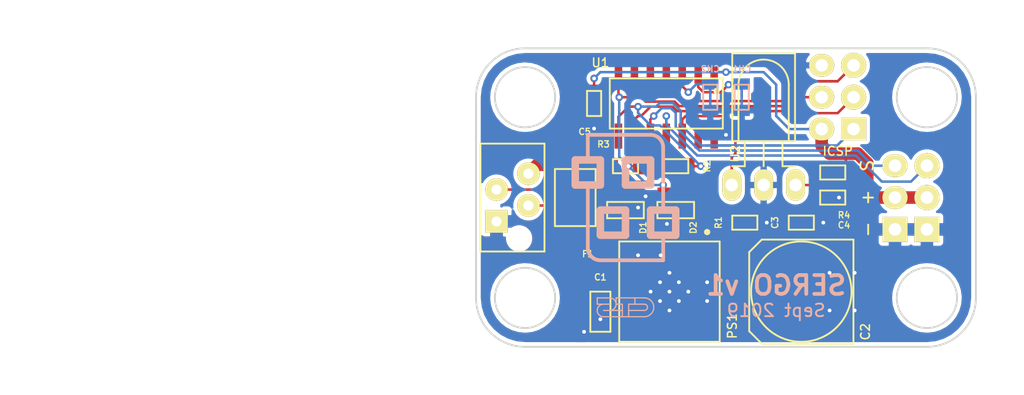
<source format=kicad_pcb>
(kicad_pcb (version 4) (host pcbnew "(2015-08-26 BZR 6129, Git 2e41367)-product")

  (general
    (links 53)
    (no_connects 0)
    (area -57.753574 -15.750001 23.750001 15.750001)
    (thickness 1.6)
    (drawings 83)
    (tracks 261)
    (zones 0)
    (modules 20)
    (nets 21)
  )

  (page A4)
  (layers
    (0 F.Cu signal)
    (31 B.Cu signal)
    (32 B.Adhes user)
    (33 F.Adhes user)
    (34 B.Paste user)
    (35 F.Paste user)
    (36 B.SilkS user)
    (37 F.SilkS user)
    (38 B.Mask user)
    (39 F.Mask user)
    (40 Dwgs.User user)
    (41 Cmts.User user)
    (42 Eco1.User user)
    (43 Eco2.User user)
    (44 Edge.Cuts user)
    (45 Margin user)
    (46 B.CrtYd user)
    (47 F.CrtYd user)
    (48 B.Fab user)
    (49 F.Fab user)
  )

  (setup
    (last_trace_width 0.2)
    (trace_clearance 0.2)
    (zone_clearance 0.3)
    (zone_45_only no)
    (trace_min 0.2)
    (segment_width 0.1)
    (edge_width 0.15)
    (via_size 0.6)
    (via_drill 0.3)
    (via_min_size 0.4)
    (via_min_drill 0.3)
    (uvia_size 0.3)
    (uvia_drill 0.1)
    (uvias_allowed no)
    (uvia_min_size 0.2)
    (uvia_min_drill 0.1)
    (pcb_text_width 0.3)
    (pcb_text_size 1.5 1.5)
    (mod_edge_width 0.15)
    (mod_text_size 1 1)
    (mod_text_width 0.15)
    (pad_size 0.9 1.3)
    (pad_drill 0)
    (pad_to_mask_clearance 0.2)
    (aux_axis_origin 0 0)
    (visible_elements 7FFFFFFF)
    (pcbplotparams
      (layerselection 0x010f8_80000001)
      (usegerberextensions false)
      (excludeedgelayer true)
      (linewidth 0.100000)
      (plotframeref false)
      (viasonmask false)
      (mode 1)
      (useauxorigin false)
      (hpglpennumber 1)
      (hpglpenspeed 20)
      (hpglpendiameter 15)
      (hpglpenoverlay 2)
      (psnegative false)
      (psa4output false)
      (plotreference true)
      (plotvalue true)
      (plotinvisibletext false)
      (padsonsilk false)
      (subtractmaskfromsilk true)
      (outputformat 1)
      (mirror false)
      (drillshape 0)
      (scaleselection 1)
      (outputdirectory gerbers/))
  )

  (net 0 "")
  (net 1 +9V)
  (net 2 GND)
  (net 3 +5VD)
  (net 4 CTRL_B_5V)
  (net 5 SCK)
  (net 6 RST)
  (net 7 SERVO_1)
  (net 8 SERVO_2)
  (net 9 CTRL_A)
  (net 10 CTRL_B)
  (net 11 "Net-(C4-Pad1)")
  (net 12 IR_RX)
  (net 13 "Net-(PS1-Pad1)")
  (net 14 /+9VIN)
  (net 15 "Net-(U1-Pad13)")
  (net 16 MISO)
  (net 17 "Net-(JP1-Pad2)")
  (net 18 "Net-(JP2-Pad2)")
  (net 19 "Net-(U1-Pad5)")
  (net 20 "Net-(U1-Pad6)")

  (net_class Default "This is the default net class."
    (clearance 0.2)
    (trace_width 0.2)
    (via_dia 0.6)
    (via_drill 0.3)
    (uvia_dia 0.3)
    (uvia_drill 0.1)
    (add_net +5VD)
    (add_net +9V)
    (add_net CTRL_A)
    (add_net CTRL_B)
    (add_net CTRL_B_5V)
    (add_net GND)
    (add_net IR_RX)
    (add_net MISO)
    (add_net "Net-(C4-Pad1)")
    (add_net "Net-(JP1-Pad2)")
    (add_net "Net-(JP2-Pad2)")
    (add_net "Net-(PS1-Pad1)")
    (add_net "Net-(U1-Pad13)")
    (add_net "Net-(U1-Pad5)")
    (add_net "Net-(U1-Pad6)")
    (add_net RST)
    (add_net SCK)
    (add_net SERVO_1)
    (add_net SERVO_2)
  )

  (net_class Cap_Power ""
    (clearance 0.2)
    (trace_width 0.5)
    (via_dia 0.6)
    (via_drill 0.3)
    (uvia_dia 0.3)
    (uvia_drill 0.1)
  )

  (net_class Power ""
    (clearance 0.2)
    (trace_width 1)
    (via_dia 1)
    (via_drill 0.3)
    (uvia_dia 0.3)
    (uvia_drill 0.1)
    (add_net /+9VIN)
  )

  (module Custom_Library:1206 (layer F.Cu) (tedit 5D87E5B3) (tstamp 5D844EFA)
    (at -10 9.1 270)
    (path /5D8417AC)
    (fp_text reference C1 (at -2.75 0 360) (layer F.SilkS)
      (effects (font (size 0.5 0.5) (thickness 0.1)))
    )
    (fp_text value 47uF (at 0 0 270) (layer F.Fab)
      (effects (font (size 0.5 0.5) (thickness 0.1)))
    )
    (fp_line (start -1.6 -0.8) (end 1.6 -0.8) (layer F.SilkS) (width 0.15))
    (fp_line (start 1.6 -0.8) (end 1.6 0.8) (layer F.SilkS) (width 0.15))
    (fp_line (start 1.6 0.8) (end -1.6 0.8) (layer F.SilkS) (width 0.15))
    (fp_line (start -1.6 0.8) (end -1.6 -0.8) (layer F.SilkS) (width 0.15))
    (pad 1 smd rect (at -1.6 0 270) (size 1 1.6) (layers F.Cu F.Paste F.Mask)
      (net 1 +9V))
    (pad 2 smd rect (at 1.6 0 270) (size 1 1.6) (layers F.Cu F.Paste F.Mask)
      (net 2 GND))
  )

  (module Custom_Library:0805 (layer F.Cu) (tedit 5D881E59) (tstamp 5D844F18)
    (at 8.5 0)
    (path /5D844680)
    (fp_text reference C4 (at 0.9 2.2 180) (layer F.SilkS)
      (effects (font (size 0.5 0.5) (thickness 0.1)))
    )
    (fp_text value 0.1uF (at 0 0) (layer F.Fab)
      (effects (font (size 0.5 0.5) (thickness 0.1)))
    )
    (fp_line (start -1 0.5625) (end 1 0.5625) (layer F.SilkS) (width 0.15))
    (fp_line (start 1 0.5625) (end 1 -0.5625) (layer F.SilkS) (width 0.15))
    (fp_line (start 1 -0.5625) (end -1 -0.5625) (layer F.SilkS) (width 0.15))
    (fp_line (start -1 -0.5625) (end -1 0.5625) (layer F.SilkS) (width 0.15))
    (pad 1 smd rect (at -1.05 0) (size 0.9 1.3) (layers F.Cu F.Paste F.Mask)
      (net 11 "Net-(C4-Pad1)"))
    (pad 2 smd rect (at 1.05 0) (size 0.9 1.3) (layers F.Cu F.Paste F.Mask)
      (net 2 GND))
  )

  (module Custom_Library:0805 (layer F.Cu) (tedit 5D882AD8) (tstamp 5D844F22)
    (at -10.5 -7.5 270)
    (path /5D841AAE)
    (fp_text reference C5 (at 2.25 0.75 540) (layer F.SilkS)
      (effects (font (size 0.5 0.5) (thickness 0.1)))
    )
    (fp_text value 0.1uF (at 0 0 270) (layer F.Fab)
      (effects (font (size 0.5 0.5) (thickness 0.1)))
    )
    (fp_line (start -1 0.5625) (end 1 0.5625) (layer F.SilkS) (width 0.15))
    (fp_line (start 1 0.5625) (end 1 -0.5625) (layer F.SilkS) (width 0.15))
    (fp_line (start 1 -0.5625) (end -1 -0.5625) (layer F.SilkS) (width 0.15))
    (fp_line (start -1 -0.5625) (end -1 0.5625) (layer F.SilkS) (width 0.15))
    (pad 1 smd rect (at -1.05 0 270) (size 0.9 1.3) (layers F.Cu F.Paste F.Mask)
      (net 3 +5VD))
    (pad 2 smd rect (at 1.05 0 270) (size 0.9 1.3) (layers F.Cu F.Paste F.Mask)
      (net 2 GND))
  )

  (module Custom_Library:Pin_Header_02x03 (layer F.Cu) (tedit 5D882C6E) (tstamp 5D844F2C)
    (at 10.16 -5.46 90)
    (path /5D843280)
    (fp_text reference P2 (at 0 2.54 90) (layer F.SilkS) hide
      (effects (font (size 1 1) (thickness 0.15)))
    )
    (fp_text value ICSP (at -1.76 -1.26 180) (layer F.SilkS)
      (effects (font (size 0.7 0.7) (thickness 0.12)))
    )
    (pad 1 thru_hole rect (at 0 0 90) (size 1.8 2) (drill 1) (layers *.Cu *.Mask F.SilkS)
      (net 16 MISO))
    (pad 2 thru_hole oval (at 0 -2.54 90) (size 1.8 2) (drill 1) (layers *.Cu *.Mask F.SilkS)
      (net 3 +5VD))
    (pad 3 thru_hole circle (at 2.54 0 90) (size 2 2) (drill 1) (layers *.Cu *.Mask F.SilkS)
      (net 5 SCK))
    (pad 4 thru_hole oval (at 2.54 -2.54 90) (size 1.8 2) (drill 1) (layers *.Cu *.Mask F.SilkS)
      (net 4 CTRL_B_5V))
    (pad 5 thru_hole circle (at 5.08 0 90) (size 2 2) (drill 1) (layers *.Cu *.Mask F.SilkS)
      (net 6 RST))
    (pad 6 thru_hole oval (at 5.08 -2.54 90) (size 1.8 2) (drill 1) (layers *.Cu *.Mask F.SilkS)
      (net 2 GND) (thermal_width 0.5))
  )

  (module Custom_Library:Pin_Header_02x03 (layer F.Cu) (tedit 5D882701) (tstamp 5D844F36)
    (at 16 2.54 90)
    (path /5D841C21)
    (fp_text reference P3 (at 0 2.54 90) (layer F.SilkS) hide
      (effects (font (size 1 1) (thickness 0.15)))
    )
    (fp_text value SERVOS (at 2.54 -4.75 90) (layer F.Fab)
      (effects (font (size 1 1) (thickness 0.15)))
    )
    (pad 1 thru_hole rect (at 0 0 90) (size 2 2) (drill 1) (layers *.Cu *.Mask F.SilkS)
      (net 2 GND) (thermal_width 1))
    (pad 2 thru_hole rect (at 0 -2.54 90) (size 2 2) (drill 1) (layers *.Cu *.Mask F.SilkS)
      (net 2 GND) (thermal_width 1))
    (pad 3 thru_hole circle (at 2.54 0 90) (size 2 2) (drill 1) (layers *.Cu *.Mask F.SilkS)
      (net 3 +5VD))
    (pad 4 thru_hole oval (at 2.54 -2.54 90) (size 1.8 2) (drill 1) (layers *.Cu *.Mask F.SilkS)
      (net 3 +5VD))
    (pad 5 thru_hole circle (at 5.08 0 90) (size 2 2) (drill 1) (layers *.Cu *.Mask F.SilkS)
      (net 7 SERVO_1))
    (pad 6 thru_hole oval (at 5.08 -2.54 90) (size 1.8 2) (drill 1) (layers *.Cu *.Mask F.SilkS)
      (net 8 SERVO_2))
  )

  (module Custom_Library:TSOP382_RA (layer F.Cu) (tedit 5D882AC2) (tstamp 5D845FA4)
    (at 3 -1)
    (path /5D844020)
    (fp_text reference U2 (at -2.25 -2.5 90) (layer F.SilkS)
      (effects (font (size 0.7 0.7) (thickness 0.12)))
    )
    (fp_text value TSOP38238 (at 0 -2.5) (layer F.Fab)
      (effects (font (size 1 1) (thickness 0.15)))
    )
    (fp_line (start 1.5 -3.5) (end 1.5 -1.5) (layer F.SilkS) (width 0.15))
    (fp_line (start 1.5 -1.5) (end 2.5 -1.5) (layer F.SilkS) (width 0.15))
    (fp_line (start 0 -3.5) (end 0 -1.5) (layer F.SilkS) (width 0.15))
    (fp_line (start -2.5 -1.5) (end -1.5 -1.5) (layer F.SilkS) (width 0.15))
    (fp_line (start -1.5 -1.5) (end -1.5 -3.5) (layer F.SilkS) (width 0.15))
    (fp_line (start 2 -8) (end 2 -3.5) (layer F.SilkS) (width 0.15))
    (fp_line (start -2 -3.5) (end -2 -8) (layer F.SilkS) (width 0.15))
    (fp_arc (start 0 -8) (end -2 -8) (angle 180) (layer F.SilkS) (width 0.15))
    (fp_line (start -2.5 -3.5) (end -2.5 -10.5) (layer F.SilkS) (width 0.15))
    (fp_line (start -2.5 -10.5) (end 2.5 -10.5) (layer F.SilkS) (width 0.15))
    (fp_line (start 2.5 -10.5) (end 2.5 -3.5) (layer F.SilkS) (width 0.15))
    (fp_line (start 2.5 -3.5) (end -2.5 -3.5) (layer F.SilkS) (width 0.15))
    (pad 1 thru_hole oval (at -2.54 0) (size 1.5 2.5) (drill 1) (layers *.Cu *.Mask F.SilkS)
      (net 12 IR_RX))
    (pad 2 thru_hole oval (at 0 0) (size 1.5 2.5) (drill 1) (layers *.Cu *.Mask F.SilkS)
      (net 2 GND))
    (pad 3 thru_hole oval (at 2.54 0) (size 1.5 2.5) (drill 1) (layers *.Cu *.Mask F.SilkS)
      (net 11 "Net-(C4-Pad1)"))
  )

  (module Custom_Library:C_SMT_D8 (layer F.Cu) (tedit 5D882A88) (tstamp 5D882E28)
    (at 6 7.5)
    (path /5D880C69)
    (fp_text reference C2 (at 5.1 3.2 90) (layer F.SilkS)
      (effects (font (size 0.7 0.7) (thickness 0.12)))
    )
    (fp_text value "220uF 10V" (at 0 -2) (layer F.Fab)
      (effects (font (size 1 1) (thickness 0.15)))
    )
    (fp_line (start -3.15 4.15) (end -4.15 3.15) (layer F.SilkS) (width 0.15))
    (fp_line (start -4.15 -3.15) (end -3.15 -4.15) (layer F.SilkS) (width 0.15))
    (fp_line (start 4.15 -4.15) (end 4.15 4.15) (layer F.SilkS) (width 0.15))
    (fp_line (start 4.15 4.15) (end -3.15 4.15) (layer F.SilkS) (width 0.15))
    (fp_line (start -4.15 3.15) (end -4.15 -3.15) (layer F.SilkS) (width 0.15))
    (fp_line (start -3.15 -4.15) (end 4.15 -4.15) (layer F.SilkS) (width 0.15))
    (fp_circle (center 0 0) (end 4 0) (layer F.SilkS) (width 0.15))
    (pad 1 smd rect (at -3.25 0) (size 4.3 1.8) (layers F.Cu F.Paste F.Mask)
      (net 3 +5VD))
    (pad 2 smd rect (at 3.25 0) (size 4.3 1.8) (layers F.Cu F.Paste F.Mask)
      (net 2 GND))
  )

  (module Custom_Library:0805 (layer F.Cu) (tedit 5D881E70) (tstamp 5D882E34)
    (at 6 2)
    (path /5D88142B)
    (fp_text reference C3 (at -2.1 0 270) (layer F.SilkS)
      (effects (font (size 0.5 0.5) (thickness 0.1)))
    )
    (fp_text value 0.1uF (at 0 0) (layer F.Fab)
      (effects (font (size 0.5 0.5) (thickness 0.1)))
    )
    (fp_line (start -1 0.5625) (end 1 0.5625) (layer F.SilkS) (width 0.15))
    (fp_line (start 1 0.5625) (end 1 -0.5625) (layer F.SilkS) (width 0.15))
    (fp_line (start 1 -0.5625) (end -1 -0.5625) (layer F.SilkS) (width 0.15))
    (fp_line (start -1 -0.5625) (end -1 0.5625) (layer F.SilkS) (width 0.15))
    (pad 1 smd rect (at -1.05 0) (size 0.9 1.3) (layers F.Cu F.Paste F.Mask)
      (net 3 +5VD))
    (pad 2 smd rect (at 1.05 0) (size 0.9 1.3) (layers F.Cu F.Paste F.Mask)
      (net 2 GND))
  )

  (module Custom_Library:0805 (layer F.Cu) (tedit 5D8828B9) (tstamp 5D882E46)
    (at -4 -2.5 180)
    (path /5D855A8D)
    (fp_text reference R2 (at -2.5 0 270) (layer F.SilkS)
      (effects (font (size 0.5 0.5) (thickness 0.1)))
    )
    (fp_text value 10k (at 0 0 180) (layer F.Fab)
      (effects (font (size 0.5 0.5) (thickness 0.1)))
    )
    (fp_line (start -1 0.5625) (end 1 0.5625) (layer F.SilkS) (width 0.15))
    (fp_line (start 1 0.5625) (end 1 -0.5625) (layer F.SilkS) (width 0.15))
    (fp_line (start 1 -0.5625) (end -1 -0.5625) (layer F.SilkS) (width 0.15))
    (fp_line (start -1 -0.5625) (end -1 0.5625) (layer F.SilkS) (width 0.15))
    (pad 1 smd rect (at -1.05 0 180) (size 0.9 1.3) (layers F.Cu F.Paste F.Mask)
      (net 16 MISO))
    (pad 2 smd rect (at 1.05 0 180) (size 0.9 1.3) (layers F.Cu F.Paste F.Mask)
      (net 9 CTRL_A))
  )

  (module Custom_Library:0805 (layer F.Cu) (tedit 5D88269C) (tstamp 5D882E50)
    (at -8 -2.5 180)
    (path /5D855A17)
    (fp_text reference R3 (at 1.75 1.75 360) (layer F.SilkS)
      (effects (font (size 0.5 0.5) (thickness 0.1)))
    )
    (fp_text value 10k (at 0 0 180) (layer F.Fab)
      (effects (font (size 0.5 0.5) (thickness 0.1)))
    )
    (fp_line (start -1 0.5625) (end 1 0.5625) (layer F.SilkS) (width 0.15))
    (fp_line (start 1 0.5625) (end 1 -0.5625) (layer F.SilkS) (width 0.15))
    (fp_line (start 1 -0.5625) (end -1 -0.5625) (layer F.SilkS) (width 0.15))
    (fp_line (start -1 -0.5625) (end -1 0.5625) (layer F.SilkS) (width 0.15))
    (pad 1 smd rect (at -1.05 0 180) (size 0.9 1.3) (layers F.Cu F.Paste F.Mask)
      (net 4 CTRL_B_5V))
    (pad 2 smd rect (at 1.05 0 180) (size 0.9 1.3) (layers F.Cu F.Paste F.Mask)
      (net 10 CTRL_B))
  )

  (module Custom_Library:0805 (layer F.Cu) (tedit 5D881E57) (tstamp 5D882E5A)
    (at 8.5 -2 180)
    (path /5D844100)
    (fp_text reference R4 (at -0.9 -3.4 360) (layer F.SilkS)
      (effects (font (size 0.5 0.5) (thickness 0.1)))
    )
    (fp_text value 33 (at 0 0 180) (layer F.Fab)
      (effects (font (size 0.5 0.5) (thickness 0.1)))
    )
    (fp_line (start -1 0.5625) (end 1 0.5625) (layer F.SilkS) (width 0.15))
    (fp_line (start 1 0.5625) (end 1 -0.5625) (layer F.SilkS) (width 0.15))
    (fp_line (start 1 -0.5625) (end -1 -0.5625) (layer F.SilkS) (width 0.15))
    (fp_line (start -1 -0.5625) (end -1 0.5625) (layer F.SilkS) (width 0.15))
    (pad 1 smd rect (at -1.05 0 180) (size 0.9 1.3) (layers F.Cu F.Paste F.Mask)
      (net 3 +5VD))
    (pad 2 smd rect (at 1.05 0 180) (size 0.9 1.3) (layers F.Cu F.Paste F.Mask)
      (net 11 "Net-(C4-Pad1)"))
  )

  (module Custom_Library:DC-DC_MYLSM00502ERPL (layer F.Cu) (tedit 5D882A84) (tstamp 5D883DF7)
    (at -4.5 7.5 270)
    (path /5D8413AB)
    (fp_text reference PS1 (at 2.75 -5 270) (layer F.SilkS)
      (effects (font (size 0.7 0.7) (thickness 0.12)))
    )
    (fp_text value MYLSM00502ERPL (at 0 0 270) (layer F.Fab)
      (effects (font (size 0.5 0.5) (thickness 0.1)))
    )
    (fp_circle (center -4.75 -3) (end -4.75 -3.125) (layer F.SilkS) (width 0.25))
    (fp_line (start -4 4) (end 4 4) (layer F.SilkS) (width 0.15))
    (fp_line (start 4 4) (end 4 -4) (layer F.SilkS) (width 0.15))
    (fp_line (start 4 -4) (end -4 -4) (layer F.SilkS) (width 0.15))
    (fp_line (start -4 -4) (end -4 4) (layer F.SilkS) (width 0.15))
    (pad 1 smd rect (at -2.975 -1.8 270) (size 1.35 1.2) (layers F.Cu F.Paste F.Mask)
      (net 13 "Net-(PS1-Pad1)"))
    (pad 2 smd rect (at -2.975 0 270) (size 1.35 1.2) (layers F.Cu F.Paste F.Mask)
      (net 2 GND))
    (pad 3 smd rect (at -2.975 1.8 270) (size 1.35 1.2) (layers F.Cu F.Paste F.Mask)
      (net 2 GND))
    (pad 5 smd rect (at 2.975 1.8 270) (size 1.35 1.2) (layers F.Cu F.Paste F.Mask)
      (net 1 +9V))
    (pad 6 smd rect (at 2.975 0 270) (size 1.35 1.2) (layers F.Cu F.Paste F.Mask)
      (net 2 GND))
    (pad 7 smd rect (at 2.975 -1.8 270) (size 1.35 1.2) (layers F.Cu F.Paste F.Mask)
      (net 3 +5VD))
    (pad 4 smd rect (at 0 2.975 270) (size 1.2 1.35) (layers F.Cu F.Paste F.Mask)
      (net 1 +9V))
    (pad 8 smd rect (at 0 -2.975 270) (size 1.2 1.35) (layers F.Cu F.Paste F.Mask)
      (net 2 GND))
    (pad 9 smd rect (at 0 0 270) (size 2.6 2.6) (layers F.Cu F.Paste F.Mask)
      (net 2 GND))
  )

  (module Custom_Library:Conn_Micro-MaTch_215570-4 (layer F.Cu) (tedit 5D881C2A) (tstamp 5D884E78)
    (at -17 0 90)
    (path /5D8413F4)
    (fp_text reference P1 (at -5.25 0 180) (layer F.SilkS) hide
      (effects (font (size 1 1) (thickness 0.15)))
    )
    (fp_text value "POWER FUNCTIONS" (at 0 -4 90) (layer F.Fab)
      (effects (font (size 1 1) (thickness 0.15)))
    )
    (fp_line (start -4.3 -2.55) (end 4.3 -2.55) (layer F.SilkS) (width 0.15))
    (fp_line (start 4.3 -2.55) (end 4.3 2.55) (layer F.SilkS) (width 0.15))
    (fp_line (start 4.3 2.55) (end -4.3 2.55) (layer F.SilkS) (width 0.15))
    (fp_line (start -4.3 2.55) (end -4.3 -2.55) (layer F.SilkS) (width 0.15))
    (pad 1 thru_hole rect (at -1.905 -1.27 90) (size 1.8 1.8) (drill 0.8) (layers *.Cu *.Mask F.SilkS)
      (net 2 GND) (thermal_width 1))
    (pad 2 thru_hole circle (at -0.635 1.27 90) (size 1.8 1.8) (drill 0.8) (layers *.Cu *.Mask F.SilkS)
      (net 9 CTRL_A))
    (pad 3 thru_hole circle (at 0.635 -1.27 90) (size 1.8 1.8) (drill 0.8) (layers *.Cu *.Mask F.SilkS)
      (net 10 CTRL_B))
    (pad 4 thru_hole circle (at 1.905 1.27 90) (size 1.8 1.8) (drill 0.8) (layers *.Cu *.Mask F.SilkS)
      (net 14 /+9VIN))
    (pad "" np_thru_hole circle (at -3.255 0.53 90) (size 1.5 1.5) (drill 1.5) (layers *.Cu *.Mask F.SilkS))
  )

  (module Custom_Library:1812 (layer F.Cu) (tedit 5D881E25) (tstamp 5D887BE4)
    (at -12 0 270)
    (path /5D8426F1)
    (fp_text reference F1 (at 4.5 -1 360) (layer F.SilkS)
      (effects (font (size 0.5 0.5) (thickness 0.1)))
    )
    (fp_text value 1.5A (at 0 0 270) (layer F.Fab)
      (effects (font (size 0.5 0.5) (thickness 0.1)))
    )
    (fp_line (start -2.275 -1.62) (end 2.275 -1.62) (layer F.SilkS) (width 0.15))
    (fp_line (start 2.275 -1.62) (end 2.275 1.62) (layer F.SilkS) (width 0.15))
    (fp_line (start 2.275 1.62) (end -2.275 1.62) (layer F.SilkS) (width 0.15))
    (fp_line (start -2.275 1.62) (end -2.275 -1.62) (layer F.SilkS) (width 0.15))
    (pad 1 smd rect (at -2.615 0 270) (size 1.78 3.5) (layers F.Cu F.Paste F.Mask)
      (net 14 /+9VIN))
    (pad 2 smd rect (at 2.615 0 270) (size 1.78 3.5) (layers F.Cu F.Paste F.Mask)
      (net 1 +9V))
  )

  (module Custom_Library:SOT-23_Diode_ANK (layer F.Cu) (tedit 5D882A9C) (tstamp 5D88B9BF)
    (at -8 1 270)
    (path /5D881C2D)
    (fp_text reference D1 (at 1.4 -1.4 270) (layer F.SilkS)
      (effects (font (size 0.5 0.5) (thickness 0.1)))
    )
    (fp_text value 15V (at 0 0 360) (layer F.Fab)
      (effects (font (size 0.5 0.5) (thickness 0.1)))
    )
    (fp_line (start -0.65 -1.46) (end 0.65 -1.46) (layer F.SilkS) (width 0.15))
    (fp_line (start 0.65 -1.46) (end 0.65 1.46) (layer F.SilkS) (width 0.15))
    (fp_line (start 0.65 1.46) (end -0.65 1.46) (layer F.SilkS) (width 0.15))
    (fp_line (start -0.65 1.46) (end -0.65 -1.46) (layer F.SilkS) (width 0.15))
    (pad 2 smd rect (at -1.1 -0.95 270) (size 1.4 1) (layers F.Cu F.Paste F.Mask)
      (net 2 GND))
    (pad "" smd rect (at -1.1 0.95 270) (size 1.4 1) (layers F.Cu F.Paste F.Mask))
    (pad 1 smd rect (at 1.1 0 270) (size 1.4 1) (layers F.Cu F.Paste F.Mask)
      (net 1 +9V))
  )

  (module Custom_Library:SOT-23 (layer F.Cu) (tedit 5D882A9F) (tstamp 5D88DA23)
    (at -4 1 270)
    (path /5D856929)
    (fp_text reference D2 (at 1.4 -1.4 270) (layer F.SilkS)
      (effects (font (size 0.5 0.5) (thickness 0.1)))
    )
    (fp_text value "ZENER 4.3V" (at 0 0 360) (layer F.Fab)
      (effects (font (size 0.5 0.5) (thickness 0.1)))
    )
    (fp_line (start -0.65 -1.46) (end 0.65 -1.46) (layer F.SilkS) (width 0.15))
    (fp_line (start 0.65 -1.46) (end 0.65 1.46) (layer F.SilkS) (width 0.15))
    (fp_line (start 0.65 1.46) (end -0.65 1.46) (layer F.SilkS) (width 0.15))
    (fp_line (start -0.65 1.46) (end -0.65 -1.46) (layer F.SilkS) (width 0.15))
    (pad 1 smd rect (at -1.1 -0.95 270) (size 1.4 1) (layers F.Cu F.Paste F.Mask)
      (net 16 MISO))
    (pad 2 smd rect (at -1.1 0.95 270) (size 1.4 1) (layers F.Cu F.Paste F.Mask)
      (net 4 CTRL_B_5V))
    (pad 3 smd rect (at 1.1 0 270) (size 1.4 1) (layers F.Cu F.Paste F.Mask)
      (net 2 GND))
  )

  (module Custom_Library:SOIC-14 (layer F.Cu) (tedit 5D882AE2) (tstamp 5D88DA24)
    (at -4.75 -7.5 270)
    (path /5D87D099)
    (fp_text reference U1 (at -3.25 5.25 360) (layer F.SilkS)
      (effects (font (size 0.7 0.7) (thickness 0.12)))
    )
    (fp_text value ATTINY84-S (at 0 0 360) (layer F.Fab)
      (effects (font (size 0.5 0.5) (thickness 0.1)))
    )
    (fp_line (start -2 -4.5) (end -2 4.5) (layer F.SilkS) (width 0.15))
    (fp_line (start -2 4.5) (end 2 4.5) (layer F.SilkS) (width 0.15))
    (fp_line (start 2 4.5) (end 2 -4.5) (layer F.SilkS) (width 0.15))
    (fp_line (start 2 -4.5) (end -2 -4.5) (layer F.SilkS) (width 0.15))
    (fp_circle (center -1 -4) (end -0.875 -4) (layer F.SilkS) (width 0.25))
    (pad 1 smd rect (at -2.6 -3.81 270) (size 2 0.6) (layers F.Cu F.Paste F.Mask)
      (net 3 +5VD))
    (pad 2 smd rect (at -2.6 -2.54 270) (size 2 0.6) (layers F.Cu F.Paste F.Mask)
      (net 17 "Net-(JP1-Pad2)"))
    (pad 3 smd rect (at -2.6 -1.27 270) (size 2 0.6) (layers F.Cu F.Paste F.Mask)
      (net 18 "Net-(JP2-Pad2)"))
    (pad 4 smd rect (at -2.6 0 270) (size 2 0.6) (layers F.Cu F.Paste F.Mask)
      (net 6 RST))
    (pad 5 smd rect (at -2.6 1.27 270) (size 2 0.6) (layers F.Cu F.Paste F.Mask)
      (net 19 "Net-(U1-Pad5)"))
    (pad 6 smd rect (at -2.6 2.54 270) (size 2 0.6) (layers F.Cu F.Paste F.Mask)
      (net 20 "Net-(U1-Pad6)"))
    (pad 7 smd rect (at -2.6 3.81 270) (size 2 0.6) (layers F.Cu F.Paste F.Mask)
      (net 4 CTRL_B_5V))
    (pad 8 smd rect (at 2.6 3.81 270) (size 2 0.6) (layers F.Cu F.Paste F.Mask)
      (net 16 MISO))
    (pad 9 smd rect (at 2.6 2.54 270) (size 2 0.6) (layers F.Cu F.Paste F.Mask)
      (net 5 SCK))
    (pad 10 smd rect (at 2.6 1.27 270) (size 2 0.6) (layers F.Cu F.Paste F.Mask)
      (net 8 SERVO_2))
    (pad 11 smd rect (at 2.6 0 270) (size 2 0.6) (layers F.Cu F.Paste F.Mask)
      (net 7 SERVO_1))
    (pad 12 smd rect (at 2.6 -1.27 270) (size 2 0.6) (layers F.Cu F.Paste F.Mask)
      (net 12 IR_RX))
    (pad 13 smd rect (at 2.6 -2.54 270) (size 2 0.6) (layers F.Cu F.Paste F.Mask)
      (net 15 "Net-(U1-Pad13)"))
    (pad 14 smd rect (at 2.6 -3.81 270) (size 2 0.6) (layers F.Cu F.Paste F.Mask)
      (net 2 GND))
  )

  (module Custom_Library:0805 (layer F.Cu) (tedit 5D881E7E) (tstamp 5D88EA5F)
    (at 1.5 2)
    (path /5D841705)
    (fp_text reference R1 (at -2.1 0 270) (layer F.SilkS)
      (effects (font (size 0.5 0.5) (thickness 0.1)))
    )
    (fp_text value 1k (at 0 0) (layer F.Fab)
      (effects (font (size 0.5 0.5) (thickness 0.1)))
    )
    (fp_line (start -1 0.5625) (end 1 0.5625) (layer F.SilkS) (width 0.15))
    (fp_line (start 1 0.5625) (end 1 -0.5625) (layer F.SilkS) (width 0.15))
    (fp_line (start 1 -0.5625) (end -1 -0.5625) (layer F.SilkS) (width 0.15))
    (fp_line (start -1 -0.5625) (end -1 0.5625) (layer F.SilkS) (width 0.15))
    (pad 1 smd rect (at -1.05 0) (size 0.9 1.3) (layers F.Cu F.Paste F.Mask)
      (net 13 "Net-(PS1-Pad1)"))
    (pad 2 smd rect (at 1.05 0) (size 0.9 1.3) (layers F.Cu F.Paste F.Mask)
      (net 2 GND))
  )

  (module Custom_Library:0805_JUMPER (layer B.Cu) (tedit 5D8837AD) (tstamp 5D891C35)
    (at 1.25 -8 90)
    (path /5D88AEEB)
    (fp_text reference JP1 (at 0 0 270) (layer B.Fab)
      (effects (font (size 0.5 0.5) (thickness 0.1)) (justify mirror))
    )
    (fp_text value CH1 (at 2.25 0 180) (layer B.SilkS)
      (effects (font (size 0.5 0.5) (thickness 0.1)) (justify mirror))
    )
    (fp_line (start -1 -0.5625) (end 1 -0.5625) (layer B.SilkS) (width 0.15))
    (fp_line (start 1 -0.5625) (end 1 0.5625) (layer B.SilkS) (width 0.15))
    (fp_line (start 1 0.5625) (end -1 0.5625) (layer B.SilkS) (width 0.15))
    (fp_line (start -1 0.5625) (end -1 -0.5625) (layer B.SilkS) (width 0.15))
    (pad 1 smd rect (at -1.05 0 90) (size 0.9 1.3) (layers B.Cu B.Mask)
      (net 2 GND))
    (pad 2 smd rect (at 1.05 0 90) (size 0.9 1.3) (layers B.Cu B.Mask)
      (net 17 "Net-(JP1-Pad2)"))
    (pad 2 smd rect (at 0 0 90) (size 1.21 0.2) (layers B.Cu B.Mask)
      (net 17 "Net-(JP1-Pad2)") (solder_mask_margin 0.35))
  )

  (module Custom_Library:0805_JUMPER (layer B.Cu) (tedit 5D8837AA) (tstamp 5D891C40)
    (at -1.25 -8 90)
    (path /5D88B66A)
    (fp_text reference JP2 (at 0 0 270) (layer B.Fab)
      (effects (font (size 0.5 0.5) (thickness 0.1)) (justify mirror))
    )
    (fp_text value CH2 (at 2.25 0 180) (layer B.SilkS)
      (effects (font (size 0.5 0.5) (thickness 0.1)) (justify mirror))
    )
    (fp_line (start -1 -0.5625) (end 1 -0.5625) (layer B.SilkS) (width 0.15))
    (fp_line (start 1 -0.5625) (end 1 0.5625) (layer B.SilkS) (width 0.15))
    (fp_line (start 1 0.5625) (end -1 0.5625) (layer B.SilkS) (width 0.15))
    (fp_line (start -1 0.5625) (end -1 -0.5625) (layer B.SilkS) (width 0.15))
    (pad 1 smd rect (at -1.05 0 90) (size 0.9 1.3) (layers B.Cu B.Mask)
      (net 2 GND))
    (pad 2 smd rect (at 1.05 0 90) (size 0.9 1.3) (layers B.Cu B.Mask)
      (net 18 "Net-(JP2-Pad2)"))
    (pad 2 smd rect (at 0 0 90) (size 1.21 0.2) (layers B.Cu B.Mask)
      (net 18 "Net-(JP2-Pad2)") (solder_mask_margin 0.35))
  )

  (gr_text - (at 11.25 2.54 90) (layer F.SilkS)
    (effects (font (size 1 1) (thickness 0.15)))
  )
  (gr_text S (at 11.25 -2.54 90) (layer F.SilkS)
    (effects (font (size 1 1) (thickness 0.15)))
  )
  (gr_text + (at 11.25 0 90) (layer F.SilkS)
    (effects (font (size 1 1) (thickness 0.15)))
  )
  (gr_line (start -7.25 8) (end -7.25 8.5) (angle 90) (layer B.SilkS) (width 0.1))
  (gr_line (start -8.25 9) (end -9.75 9) (angle 90) (layer B.SilkS) (width 0.1))
  (gr_line (start -6.5 9) (end -7.75 9) (angle 90) (layer B.SilkS) (width 0.1))
  (gr_line (start -7.75 8.5) (end -6.5 8.5) (angle 90) (layer B.SilkS) (width 0.1))
  (gr_line (start -7.75 9.5) (end -7.75 8.5) (angle 90) (layer B.SilkS) (width 0.1))
  (gr_line (start -8.75 8) (end -6.5 8) (angle 90) (layer B.SilkS) (width 0.1))
  (gr_line (start -8.75 8.5) (end -8.75 8) (angle 90) (layer B.SilkS) (width 0.1))
  (gr_line (start -8.25 8.5) (end -8.75 8.5) (angle 90) (layer B.SilkS) (width 0.1))
  (gr_line (start -8.25 9.5) (end -8.25 8.5) (angle 90) (layer B.SilkS) (width 0.1))
  (gr_line (start -10.25 8) (end -9.25 8) (angle 90) (layer B.SilkS) (width 0.1))
  (gr_line (start -10.25 8.5) (end -10.25 8) (angle 90) (layer B.SilkS) (width 0.1))
  (gr_line (start -9.25 8.5) (end -10.25 8.5) (angle 90) (layer B.SilkS) (width 0.1))
  (gr_arc (start -9.25 8.5) (end -9.25 8) (angle 180) (layer B.SilkS) (width 0.1))
  (gr_arc (start -9.75 9) (end -9.75 9.5) (angle 180) (layer B.SilkS) (width 0.1))
  (gr_line (start -6.5 9.5) (end -9.75 9.5) (angle 90) (layer B.SilkS) (width 0.1))
  (gr_arc (start -6.5 8.75) (end -6.5 8.5) (angle 180) (layer B.SilkS) (width 0.1))
  (gr_arc (start -6.5 8.75) (end -6.5 8) (angle 180) (layer B.SilkS) (width 0.1))
  (gr_text "Sept 2019" (at 4 9) (layer B.SilkS)
    (effects (font (size 1 1) (thickness 0.15)) (justify mirror))
  )
  (gr_arc (start -10 4) (end -10 5) (angle 90) (layer B.SilkS) (width 0.3))
  (gr_arc (start -6 -4) (end -6 -5) (angle 90) (layer B.SilkS) (width 0.3))
  (gr_line (start -11 4) (end -11 -1) (angle 90) (layer B.SilkS) (width 0.3))
  (gr_line (start -5 5) (end -10 5) (angle 90) (layer B.SilkS) (width 0.3))
  (gr_line (start -5 -4) (end -5 1) (angle 90) (layer B.SilkS) (width 0.3))
  (gr_line (start -11 -5) (end -6 -5) (angle 90) (layer B.SilkS) (width 0.3))
  (gr_line (start -5 3) (end -5 5) (angle 90) (layer B.SilkS) (width 0.3))
  (gr_line (start -11 -3) (end -11 -5) (angle 90) (layer B.SilkS) (width 0.3))
  (gr_line (start -4 3) (end -6 3) (angle 90) (layer B.SilkS) (width 0.6))
  (gr_line (start -4 1) (end -4 3) (angle 90) (layer B.SilkS) (width 0.6))
  (gr_line (start -6 1) (end -4 1) (angle 90) (layer B.SilkS) (width 0.6))
  (gr_line (start -6 3) (end -6 1) (angle 90) (layer B.SilkS) (width 0.6))
  (gr_line (start -8 3) (end -10 3) (angle 90) (layer B.SilkS) (width 0.6))
  (gr_line (start -8 1) (end -8 3) (angle 90) (layer B.SilkS) (width 0.6))
  (gr_line (start -10 1) (end -8 1) (angle 90) (layer B.SilkS) (width 0.6))
  (gr_line (start -10 3) (end -10 1) (angle 90) (layer B.SilkS) (width 0.6))
  (gr_line (start -6 -1) (end -8 -1) (angle 90) (layer B.SilkS) (width 0.6))
  (gr_line (start -6 -3) (end -6 -1) (angle 90) (layer B.SilkS) (width 0.6))
  (gr_line (start -8 -3) (end -6 -3) (angle 90) (layer B.SilkS) (width 0.6))
  (gr_line (start -8 -1) (end -8 -3) (angle 90) (layer B.SilkS) (width 0.6))
  (gr_line (start -10 -1) (end -12 -1) (angle 90) (layer B.SilkS) (width 0.6))
  (gr_line (start -10 -3) (end -10 -1) (angle 90) (layer B.SilkS) (width 0.6))
  (gr_line (start -12 -3) (end -10 -3) (angle 90) (layer B.SilkS) (width 0.6))
  (gr_line (start -12 -1) (end -12 -3) (angle 90) (layer B.SilkS) (width 0.6))
  (gr_text "SERGO v1" (at 4 7) (layer B.SilkS)
    (effects (font (size 1.5 1.5) (thickness 0.3)) (justify mirror))
  )
  (gr_text "Note undersized polarization hole on J1" (at -42.25 1.75) (layer F.Fab)
    (effects (font (size 1 1) (thickness 0.15)))
  )
  (gr_line (start -16 8) (end -16 12) (angle 90) (layer F.Mask) (width 7.5))
  (gr_line (start -20 8) (end -16 8) (angle 90) (layer F.Mask) (width 7.5))
  (gr_line (start -16 -8) (end -20 -8) (angle 90) (layer F.Mask) (width 7.5))
  (gr_line (start -16 -12) (end -16 -8) (angle 90) (layer F.Mask) (width 7.5))
  (gr_line (start 16 -8) (end 16 -12) (angle 90) (layer F.Mask) (width 7.5))
  (gr_line (start 20 -8) (end 16 -8) (angle 90) (layer F.Mask) (width 7.5))
  (gr_line (start 16 8) (end 20 8) (angle 90) (layer F.Mask) (width 7.5))
  (gr_line (start 16 12) (end 16 8) (angle 90) (layer F.Mask) (width 7.5))
  (gr_circle (center -16 -8) (end -13.6 -8) (layer Edge.Cuts) (width 0.15))
  (gr_circle (center -16 8) (end -13.6 8) (layer Edge.Cuts) (width 0.15))
  (gr_circle (center 16 8) (end 18.4 8) (layer Edge.Cuts) (width 0.15))
  (gr_circle (center 16 -8) (end 18.4 -8) (layer Edge.Cuts) (width 0.15))
  (gr_line (start 12 4) (end 12 12) (angle 90) (layer B.Fab) (width 0.2))
  (gr_line (start 20 4) (end 12 4) (angle 90) (layer B.Fab) (width 0.2))
  (gr_line (start 12 -4) (end 20 -4) (angle 90) (layer B.Fab) (width 0.2))
  (gr_line (start -12 4) (end -12 12) (angle 90) (layer F.Fab) (width 0.2))
  (gr_line (start -20 4) (end -12 4) (angle 90) (layer F.Fab) (width 0.2))
  (gr_line (start -12 -4) (end -20 -4) (angle 90) (layer F.Fab) (width 0.2))
  (gr_line (start -12 -12) (end -12 -4) (angle 90) (layer F.Fab) (width 0.2))
  (gr_line (start 12 -4) (end 12 -12) (angle 90) (layer F.Fab) (width 0.2))
  (gr_line (start 20 -4) (end 12 -4) (angle 90) (layer F.Fab) (width 0.2))
  (gr_line (start 12 4) (end 20 4) (angle 90) (layer F.Fab) (width 0.2))
  (gr_line (start 12 12) (end 12 4) (angle 90) (layer F.Fab) (width 0.2))
  (gr_line (start -12 -4) (end -12 -12) (angle 90) (layer B.Fab) (width 0.2))
  (gr_line (start -20 -4) (end -12 -4) (angle 90) (layer B.Fab) (width 0.2))
  (gr_line (start -12 4) (end -20 4) (angle 90) (layer B.Fab) (width 0.2))
  (gr_line (start -12 12) (end -12 4) (angle 90) (layer B.Fab) (width 0.2))
  (gr_line (start 12 -12) (end 12 -4) (angle 90) (layer B.Fab) (width 0.2))
  (gr_line (start 16 11.9) (end -16 11.9) (angle 90) (layer Edge.Cuts) (width 0.15))
  (gr_line (start 19.9 -8) (end 19.9 8) (angle 90) (layer Edge.Cuts) (width 0.15))
  (gr_line (start -16 -11.9) (end 16 -11.9) (angle 90) (layer Edge.Cuts) (width 0.15))
  (gr_arc (start -16 8) (end -16 11.9) (angle 90) (layer Edge.Cuts) (width 0.15))
  (gr_arc (start 16 8) (end 19.9 8) (angle 90) (layer Edge.Cuts) (width 0.15))
  (gr_arc (start 16 -8) (end 16 -11.9) (angle 90) (layer Edge.Cuts) (width 0.15))
  (gr_arc (start -16 -8) (end -19.9 -8) (angle 90) (layer Edge.Cuts) (width 0.15))
  (gr_line (start -19.9 8) (end -19.9 -8) (angle 90) (layer Edge.Cuts) (width 0.15))

  (segment (start -7.475 7.5) (end -7.475 9.3) (width 0.2) (layer F.Cu) (net 1))
  (segment (start -7.475 9.3) (end -6.3 10.475) (width 0.2) (layer F.Cu) (net 1) (tstamp 5D88EDCF))
  (segment (start -9.25 2.615) (end -8.515 2.615) (width 1) (layer F.Cu) (net 1))
  (segment (start -8.515 2.615) (end -8 2.1) (width 1) (layer F.Cu) (net 1) (tstamp 5D88ECEE))
  (segment (start -12 2.615) (end -9.25 2.615) (width 1) (layer F.Cu) (net 1))
  (segment (start -9.25 5.5) (end -9.25 7.5) (width 1) (layer F.Cu) (net 1) (tstamp 5D88ECD8))
  (segment (start -9.25 5.5) (end -9.25 2.615) (width 1) (layer F.Cu) (net 1))
  (segment (start -9.25 7.5) (end -7.475 7.5) (width 1) (layer F.Cu) (net 1) (tstamp 5D88ECD0))
  (segment (start -9 7.5) (end -10 7.5) (width 1) (layer F.Cu) (net 1) (tstamp 5D88EB32))
  (via (at -6 7.5) (size 0.6) (drill 0.3) (layers F.Cu B.Cu) (net 2))
  (segment (start -4.5 7.5) (end -6 7.5) (width 0.5) (layer F.Cu) (net 2))
  (segment (start -10 10.7) (end -10 9.7) (width 0.2) (layer F.Cu) (net 2))
  (via (at -10 9.7) (size 0.6) (drill 0.3) (layers F.Cu B.Cu) (net 2))
  (segment (start -10 10.7) (end -11.3 10.7) (width 0.2) (layer F.Cu) (net 2))
  (via (at -11.3 10.7) (size 0.6) (drill 0.3) (layers F.Cu B.Cu) (net 2))
  (segment (start -10.5 -6.45) (end -10.5 -5.5) (width 0.2) (layer F.Cu) (net 2))
  (via (at -10.5 -5.5) (size 0.6) (drill 0.3) (layers F.Cu B.Cu) (net 2))
  (segment (start -0.94 -4.9) (end -0.1 -4.9) (width 0.2) (layer F.Cu) (net 2))
  (segment (start -0.1 -4.9) (end 0 -5) (width 0.2) (layer F.Cu) (net 2) (tstamp 5D891F25))
  (via (at 0 -5) (size 0.6) (drill 0.3) (layers F.Cu B.Cu) (net 2))
  (segment (start 2.55 2) (end 3.25 2) (width 0.5) (layer F.Cu) (net 2))
  (via (at 3.25 2) (size 0.6) (drill 0.3) (layers F.Cu B.Cu) (net 2))
  (segment (start 9.55 0) (end 9 0) (width 0.5) (layer F.Cu) (net 2))
  (via (at 9 0) (size 0.6) (drill 0.3) (layers F.Cu B.Cu) (net 2))
  (segment (start 7.05 2) (end 7.75 2) (width 0.5) (layer F.Cu) (net 2))
  (via (at 7.75 2) (size 0.6) (drill 0.3) (layers F.Cu B.Cu) (net 2))
  (segment (start -10 10.7) (end -9.45 10.7) (width 0.5) (layer F.Cu) (net 2))
  (segment (start -9.45 10.7) (end -9.5 10.65) (width 0.5) (layer F.Cu) (net 2) (tstamp 5D88EE2D))
  (segment (start 9.25 7.5) (end 10.25 7.5) (width 1) (layer F.Cu) (net 2))
  (segment (start 10.25 7.5) (end 10.25 6) (width 1) (layer F.Cu) (net 2) (tstamp 5D88EE02))
  (via (at 10.25 6) (size 1) (drill 0.3) (layers F.Cu B.Cu) (net 2))
  (segment (start 9.25 7.5) (end 8.75 7.5) (width 1) (layer F.Cu) (net 2))
  (segment (start 8.75 7.5) (end 8.25 7) (width 1) (layer F.Cu) (net 2) (tstamp 5D88EDFD))
  (segment (start 8.25 7) (end 8.25 6) (width 1) (layer F.Cu) (net 2) (tstamp 5D88EDFE))
  (via (at 8.25 6) (size 1) (drill 0.3) (layers F.Cu B.Cu) (net 2))
  (segment (start 9.25 7.5) (end 10 7.5) (width 1) (layer F.Cu) (net 2))
  (segment (start 10 7.5) (end 10.25 7.75) (width 1) (layer F.Cu) (net 2) (tstamp 5D88EDF8))
  (segment (start 10.25 7.75) (end 10.25 9) (width 1) (layer F.Cu) (net 2) (tstamp 5D88EDF9))
  (via (at 10.25 9) (size 1) (drill 0.3) (layers F.Cu B.Cu) (net 2))
  (segment (start 9.25 7.5) (end 8.75 7.5) (width 1) (layer F.Cu) (net 2))
  (segment (start 8.75 7.5) (end 8.25 8) (width 1) (layer F.Cu) (net 2) (tstamp 5D88EDF3))
  (segment (start 8.25 8) (end 8.25 9) (width 1) (layer F.Cu) (net 2) (tstamp 5D88EDF4))
  (via (at 8.25 9) (size 1) (drill 0.3) (layers F.Cu B.Cu) (net 2))
  (segment (start -4.5 7.5) (end -3 7.5) (width 0.5) (layer F.Cu) (net 2))
  (via (at -3 7.5) (size 0.6) (drill 0.3) (layers F.Cu B.Cu) (net 2))
  (segment (start -4.5 7.5) (end -4.5 6) (width 0.5) (layer F.Cu) (net 2))
  (via (at -4.5 6) (size 0.6) (drill 0.3) (layers F.Cu B.Cu) (net 2))
  (segment (start -4.5 9) (end -4.5 7.5) (width 0.5) (layer F.Cu) (net 2))
  (segment (start -4.5 10.475) (end -4.5 9) (width 0.5) (layer F.Cu) (net 2))
  (via (at -4.5 9) (size 0.6) (drill 0.3) (layers F.Cu B.Cu) (net 2))
  (segment (start -4 2.1) (end -4.7 2.1) (width 0.5) (layer F.Cu) (net 2) (status 10))
  (via (at -4.7 2.1) (size 0.6) (drill 0.3) (layers F.Cu B.Cu) (net 2))
  (segment (start -7.05 -0.1) (end -6.4 -0.1) (width 0.5) (layer F.Cu) (net 2))
  (via (at -6.4 -0.1) (size 0.6) (drill 0.3) (layers F.Cu B.Cu) (net 2))
  (segment (start -7.05 -0.1) (end -7 -0.05) (width 0.5) (layer F.Cu) (net 2))
  (segment (start -7 -0.05) (end -7 0.8) (width 0.5) (layer F.Cu) (net 2) (tstamp 5D88EDA8))
  (via (at -7 0.8) (size 0.6) (drill 0.3) (layers F.Cu B.Cu) (net 2))
  (segment (start -1.525 7.5) (end -1.525 8.225) (width 0.2) (layer F.Cu) (net 2))
  (via (at -1.5 8.25) (size 0.6) (drill 0.3) (layers F.Cu B.Cu) (net 2))
  (segment (start -1.525 8.225) (end -1.5 8.25) (width 0.2) (layer F.Cu) (net 2) (tstamp 5D88ED95))
  (segment (start -1.525 7.5) (end -1.525 6.775) (width 0.2) (layer F.Cu) (net 2))
  (via (at -1.5 6.75) (size 0.6) (drill 0.3) (layers F.Cu B.Cu) (net 2))
  (segment (start -1.525 6.775) (end -1.5 6.75) (width 0.2) (layer F.Cu) (net 2) (tstamp 5D88ED91))
  (segment (start -6.3 4.525) (end -6.925 4.525) (width 0.2) (layer F.Cu) (net 2))
  (via (at -7 4.6) (size 0.6) (drill 0.3) (layers F.Cu B.Cu) (net 2))
  (segment (start -6.925 4.525) (end -7 4.6) (width 0.2) (layer F.Cu) (net 2) (tstamp 5D88ED88))
  (segment (start -4.5 4.525) (end -5.125 4.525) (width 0.2) (layer F.Cu) (net 2))
  (via (at -5.2 4.6) (size 0.6) (drill 0.3) (layers F.Cu B.Cu) (net 2))
  (segment (start -5.125 4.525) (end -5.2 4.6) (width 0.2) (layer F.Cu) (net 2) (tstamp 5D88ED84))
  (via (at -4.5 7.5) (size 0.6) (drill 0.3) (layers F.Cu B.Cu) (net 2))
  (segment (start -4.5 7.5) (end -5.25 6.75) (width 0.2) (layer F.Cu) (net 2) (tstamp 5D88ED7B))
  (via (at -5.25 6.75) (size 0.6) (drill 0.3) (layers F.Cu B.Cu) (net 2))
  (via (at -3.75 6.75) (size 0.6) (drill 0.3) (layers F.Cu B.Cu) (net 2))
  (segment (start -3.75 6.75) (end -3.75 8.25) (width 0.2) (layer B.Cu) (net 2) (tstamp 5D88ED72))
  (via (at -3.75 8.25) (size 0.6) (drill 0.3) (layers F.Cu B.Cu) (net 2))
  (segment (start -3.75 8.25) (end -5.25 8.25) (width 0.2) (layer F.Cu) (net 2) (tstamp 5D88ED75))
  (via (at -5.25 8.25) (size 0.6) (drill 0.3) (layers F.Cu B.Cu) (net 2))
  (segment (start -7.05 -0.1) (end -6.9 -0.25) (width 0.2) (layer F.Cu) (net 2))
  (segment (start 0 -10) (end -10 -10) (width 0.2) (layer B.Cu) (net 3))
  (segment (start 0 -10) (end 3 -10) (width 0.2) (layer B.Cu) (net 3))
  (segment (start -10 -10) (end -10.5 -9.5) (width 0.2) (layer B.Cu) (net 3) (tstamp 5D8924F6))
  (via (at -10.5 -9.5) (size 0.6) (drill 0.3) (layers F.Cu B.Cu) (net 3))
  (segment (start -10.5 -9.5) (end -10.5 -8.55) (width 0.2) (layer F.Cu) (net 3) (tstamp 5D891F3E))
  (segment (start -0.94 -10.1) (end -0.94 -10.56) (width 0.2) (layer F.Cu) (net 3))
  (segment (start -0.94 -10.56) (end -0.75 -10) (width 0.2) (layer F.Cu) (net 3) (tstamp 5D891F32))
  (segment (start -0.75 -10) (end 0 -10) (width 0.2) (layer F.Cu) (net 3) (tstamp 5D891F33))
  (via (at 0 -10) (size 0.6) (drill 0.3) (layers F.Cu B.Cu) (net 3))
  (segment (start 3 -10) (end 4 -9) (width 0.2) (layer B.Cu) (net 3) (tstamp 5D8924F1))
  (segment (start 4 -9) (end 4 -6.5) (width 0.2) (layer B.Cu) (net 3) (tstamp 5D891C59))
  (segment (start 4.95 2) (end 4.95 4) (width 0.5) (layer F.Cu) (net 3))
  (segment (start 4.95 4) (end 5.25 4) (width 0.5) (layer F.Cu) (net 3) (tstamp 5D88ED0E))
  (segment (start 9.55 -2) (end 9.55 -3.5) (width 0.2) (layer F.Cu) (net 3))
  (segment (start 9.5 -3.25) (end 9.5 -3.5) (width 0.2) (layer F.Cu) (net 3) (tstamp 5D88ED06))
  (segment (start 9.5 -3.45) (end 9.5 -3.25) (width 0.2) (layer F.Cu) (net 3) (tstamp 5D88ED05))
  (segment (start 9.55 -3.5) (end 9.5 -3.45) (width 0.2) (layer F.Cu) (net 3) (tstamp 5D88ED04))
  (segment (start 5.04 -5.46) (end 7.62 -5.46) (width 0.2) (layer B.Cu) (net 3) (tstamp 5D88ED00))
  (segment (start 4 -6.5) (end 5.04 -5.46) (width 0.2) (layer B.Cu) (net 3) (tstamp 5D891C5D))
  (segment (start 7.62 -5.46) (end 7.62 -4.13) (width 1) (layer F.Cu) (net 3))
  (segment (start 8.25 -3.5) (end 9.5 -3.5) (width 1) (layer F.Cu) (net 3) (tstamp 5D88ECBC))
  (segment (start 9.5 -3.5) (end 10.5 -3.5) (width 1) (layer F.Cu) (net 3) (tstamp 5D88ED07))
  (segment (start 7.62 -4.13) (end 8.25 -3.5) (width 1) (layer F.Cu) (net 3) (tstamp 5D88ECBB))
  (segment (start 11.25 0) (end 11.25 -2.75) (width 1) (layer F.Cu) (net 3))
  (segment (start 11.25 -2.75) (end 10.5 -3.5) (width 1) (layer F.Cu) (net 3) (tstamp 5D88ECB6))
  (segment (start 11.25 0) (end 11.25 1) (width 1) (layer F.Cu) (net 3))
  (segment (start 4.5 4) (end 2.75 5.75) (width 1) (layer F.Cu) (net 3) (tstamp 5D88EAFF))
  (segment (start 2.75 7.5) (end 2.75 5.75) (width 1) (layer F.Cu) (net 3) (tstamp 5D88EB00))
  (segment (start 8.25 4) (end 5.25 4) (width 1) (layer F.Cu) (net 3) (tstamp 5D88EAFE))
  (segment (start 5.25 4) (end 4.5 4) (width 1) (layer F.Cu) (net 3) (tstamp 5D88ED12))
  (segment (start 11.25 0) (end 13.46 0) (width 1) (layer F.Cu) (net 3))
  (segment (start 11.25 1) (end 8.25 4) (width 1) (layer F.Cu) (net 3) (tstamp 5D88ECB3))
  (segment (start 16 0) (end 13.46 0) (width 1) (layer F.Cu) (net 3))
  (segment (start -2.7 10.475) (end 1.525 10.475) (width 1) (layer F.Cu) (net 3))
  (segment (start 1.525 10.475) (end 2.75 9.25) (width 1) (layer F.Cu) (net 3) (tstamp 5D88EAF6))
  (segment (start 2.75 9.25) (end 2.75 7.5) (width 1) (layer F.Cu) (net 3) (tstamp 5D88EAF7))
  (segment (start -6.400002 -7.650002) (end -4.084314 -7.650002) (width 0.2) (layer F.Cu) (net 4))
  (segment (start -4.084314 -7.650002) (end -3.724998 -7.290686) (width 0.2) (layer F.Cu) (net 4) (tstamp 5D89265E))
  (segment (start -3.724998 -7.290686) (end 4.856374 -7.290686) (width 0.2) (layer F.Cu) (net 4) (tstamp 5D89265F))
  (segment (start 4.856374 -7.290686) (end 5.565688 -8) (width 0.2) (layer F.Cu) (net 4) (tstamp 5D892660))
  (segment (start 5.565688 -8) (end 7.62 -8) (width 0.2) (layer F.Cu) (net 4) (tstamp 5D892661))
  (segment (start -5 -1) (end -6.25 -1) (width 0.2) (layer B.Cu) (net 4))
  (segment (start -6.25 -1) (end -7.75 -2.5) (width 0.2) (layer B.Cu) (net 4) (tstamp 5D892437))
  (segment (start -4.95 -0.1) (end -4.95 -0.95) (width 0.2) (layer F.Cu) (net 4))
  (segment (start -4.95 -0.95) (end -5 -1) (width 0.2) (layer F.Cu) (net 4) (tstamp 5D892431))
  (via (at -5 -1) (size 0.6) (drill 0.3) (layers F.Cu B.Cu) (net 4))
  (segment (start -8.56 -10.1) (end -8.56 -8.06) (width 0.2) (layer F.Cu) (net 4))
  (segment (start -8.56 -8.06) (end -8.5 -8) (width 0.2) (layer F.Cu) (net 4) (tstamp 5D89241C))
  (segment (start -8.5 -8) (end -6.75 -8) (width 0.2) (layer F.Cu) (net 4))
  (segment (start -8.5 -8) (end -8.5 -3.25) (width 0.2) (layer B.Cu) (net 4))
  (segment (start -8.5 -3.25) (end -7.75 -2.5) (width 0.2) (layer B.Cu) (net 4) (tstamp 5D892403))
  (segment (start -6.75 -8) (end -6.400002 -7.650002) (width 0.2) (layer F.Cu) (net 4) (tstamp 5D892410))
  (segment (start -6.95 -2.5) (end -7.75 -2.5) (width 0.2) (layer F.Cu) (net 4))
  (via (at -8.5 -8) (size 0.6) (drill 0.3) (layers F.Cu B.Cu) (net 4))
  (via (at -7.75 -2.5) (size 0.6) (drill 0.3) (layers F.Cu B.Cu) (net 4))
  (segment (start 8.89 -6.73) (end 4.910684 -6.73) (width 0.2) (layer F.Cu) (net 5))
  (segment (start 4.910684 -6.73) (end 4.75 -6.890684) (width 0.2) (layer F.Cu) (net 5) (tstamp 5D89267A))
  (segment (start 4.75 -6.890684) (end -3.890684 -6.890684) (width 0.2) (layer F.Cu) (net 5) (tstamp 5D89267B))
  (segment (start -3.890684 -6.890684) (end -4 -7) (width 0.2) (layer F.Cu) (net 5) (tstamp 5D89267C))
  (segment (start -6 -7.25) (end -4.25 -7.25) (width 0.2) (layer F.Cu) (net 5))
  (segment (start -4.25 -7.25) (end -4 -7) (width 0.2) (layer F.Cu) (net 5) (tstamp 5D892667))
  (segment (start -4 -7) (end -3.890684 -6.890684) (width 0.2) (layer F.Cu) (net 5) (tstamp 5D89267F))
  (segment (start -7 -6.5) (end -6.75 -6.5) (width 0.2) (layer F.Cu) (net 5))
  (segment (start -6.75 -6.5) (end -6 -7.25) (width 0.2) (layer F.Cu) (net 5) (tstamp 5D8921DB))
  (segment (start -7.29 -4.9) (end -7.29 -6.21) (width 0.2) (layer F.Cu) (net 5))
  (segment (start -7.29 -6.21) (end -7 -6.5) (width 0.2) (layer F.Cu) (net 5) (tstamp 5D891CA2))
  (segment (start 8.89 -6.73) (end 10.16 -8) (width 0.2) (layer F.Cu) (net 5))
  (segment (start -3.559312 -7.690688) (end 4.690688 -7.690688) (width 0.2) (layer F.Cu) (net 6))
  (segment (start 4.690688 -7.690688) (end 4.75 -7.75) (width 0.2) (layer F.Cu) (net 6) (tstamp 5D892652))
  (segment (start -4.75 -10.1) (end -4.75 -8.5) (width 0.2) (layer F.Cu) (net 6))
  (segment (start -4.75 -8.5) (end -4.300004 -8.050004) (width 0.2) (layer F.Cu) (net 6) (tstamp 5D892631))
  (segment (start -4.300004 -8.050004) (end -3.918628 -8.050004) (width 0.2) (layer F.Cu) (net 6) (tstamp 5D892632))
  (segment (start -3.918628 -8.050004) (end -3.559312 -7.690688) (width 0.2) (layer F.Cu) (net 6) (tstamp 5D892633))
  (segment (start -4.300004 -8.050004) (end -4.75 -8.5) (width 0.2) (layer F.Cu) (net 6) (tstamp 5D892423))
  (segment (start -4.75 -8.5) (end -4.75 -10.1) (width 0.2) (layer F.Cu) (net 6) (tstamp 5D892424))
  (segment (start 8.89 -9.27) (end 6.27 -9.27) (width 0.2) (layer F.Cu) (net 6))
  (segment (start 6.27 -9.27) (end 4.75 -7.75) (width 0.2) (layer F.Cu) (net 6) (tstamp 5D891E41))
  (segment (start -4.75 -8.5) (end -4.75 -10.1) (width 0.2) (layer F.Cu) (net 6) (tstamp 5D891E48))
  (segment (start -4.75 -10.1) (end -4.75 -8.650002) (width 0.2) (layer F.Cu) (net 6))
  (segment (start -4.75 -10.1) (end -4.75 -8.650002) (width 0.2) (layer F.Cu) (net 6))
  (segment (start 6.27 -9.27) (end 6.25 -9.25) (width 0.2) (layer F.Cu) (net 6) (tstamp 5D891D6B))
  (segment (start 6.25 -9.25) (end 6.25 -9.27) (width 0.2) (layer F.Cu) (net 6) (tstamp 5D891D6D))
  (segment (start 10.16 -10.54) (end 8.89 -9.27) (width 0.2) (layer F.Cu) (net 6))
  (segment (start 8.89 -9.27) (end 6.25 -9.27) (width 0.2) (layer F.Cu) (net 6) (tstamp 5D88EB65))
  (segment (start -4.75 -4.9) (end -4.75 -6.5) (width 0.2) (layer F.Cu) (net 7))
  (segment (start 8.25 -3.349998) (end -2.28431 -3.349998) (width 0.2) (layer B.Cu) (net 7))
  (segment (start -2.28431 -3.349998) (end -4.75 -5.815688) (width 0.2) (layer B.Cu) (net 7) (tstamp 5D891F8B))
  (segment (start 14.73 -1.27) (end 12.414312 -1.27) (width 0.2) (layer B.Cu) (net 7))
  (segment (start 12.414312 -1.27) (end 10.334314 -3.349998) (width 0.2) (layer B.Cu) (net 7) (tstamp 5D891F62))
  (segment (start 10.334314 -3.349998) (end 8.25 -3.349998) (width 0.2) (layer B.Cu) (net 7) (tstamp 5D891F64))
  (segment (start 16 -2.54) (end 14.73 -1.27) (width 0.2) (layer B.Cu) (net 7))
  (segment (start -4.75 -4.9) (end -4.6 -4.75) (width 0.2) (layer F.Cu) (net 7))
  (segment (start -4.75 -4.9) (end -4.75 -4) (width 0.2) (layer F.Cu) (net 7))
  (segment (start -4.75 -5.815688) (end -4.75 -6.5) (width 0.2) (layer B.Cu) (net 7) (tstamp 5D891F8D))
  (via (at -4.75 -6.5) (size 0.6) (drill 0.3) (layers F.Cu B.Cu) (net 7))
  (segment (start 9 -3.75) (end -2.118624 -3.75) (width 0.2) (layer B.Cu) (net 8))
  (segment (start -2.118624 -3.75) (end -4 -5.631376) (width 0.2) (layer B.Cu) (net 8) (tstamp 5D891F93))
  (segment (start -4 -5.631376) (end -4 -6.75) (width 0.2) (layer B.Cu) (net 8) (tstamp 5D891F94))
  (segment (start -5.125 -7.125) (end -4.375 -7.125) (width 0.2) (layer B.Cu) (net 8))
  (segment (start -4.375 -7.125) (end -4.25 -7) (width 0.2) (layer B.Cu) (net 8) (tstamp 5D891F70))
  (segment (start -4.25 -7) (end -4 -6.75) (width 0.2) (layer B.Cu) (net 8) (tstamp 5D891F73))
  (segment (start -6.02 -4.9) (end -6.02 -6.23) (width 0.2) (layer F.Cu) (net 8))
  (segment (start -6.02 -6.23) (end -5.75 -6.5) (width 0.2) (layer F.Cu) (net 8) (tstamp 5D891CB2))
  (segment (start 11.71 -2.54) (end 13.46 -2.54) (width 0.2) (layer B.Cu) (net 8) (tstamp 5D88EC17))
  (segment (start 10.5 -3.75) (end 11.71 -2.54) (width 0.2) (layer B.Cu) (net 8) (tstamp 5D88EC15))
  (segment (start 9 -3.75) (end 10.5 -3.75) (width 0.2) (layer B.Cu) (net 8) (tstamp 5D891F91))
  (segment (start -5.75 -6.5) (end -5.125 -7.125) (width 0.2) (layer B.Cu) (net 8) (tstamp 5D88EC10))
  (via (at -5.75 -6.5) (size 0.6) (drill 0.3) (layers F.Cu B.Cu) (net 8))
  (segment (start -7.75 -1.25) (end -6.15 -1.25) (width 0.2) (layer F.Cu) (net 9))
  (segment (start -6.15 -1.25) (end -5.05 -2.35) (width 0.2) (layer F.Cu) (net 9) (tstamp 5D8923F0))
  (segment (start -5.05 -2.35) (end -5.05 -2.5) (width 0.2) (layer F.Cu) (net 9) (tstamp 5D8923F2))
  (segment (start -5.05 -2.5) (end -5.05 -2.2) (width 0.2) (layer F.Cu) (net 9))
  (segment (start -8 -1) (end -7.75 -1.25) (width 0.2) (layer F.Cu) (net 9) (tstamp 5D88EAC5))
  (segment (start -8 0.75) (end -8 -1) (width 0.2) (layer F.Cu) (net 9) (tstamp 5D88EAC4))
  (segment (start -8.25 1) (end -8 0.75) (width 0.2) (layer F.Cu) (net 9) (tstamp 5D88EAC3))
  (segment (start -14.115 0.635) (end -15.73 0.635) (width 0.2) (layer F.Cu) (net 9) (tstamp 5D892208))
  (segment (start -13.75 1) (end -14.115 0.635) (width 0.2) (layer F.Cu) (net 9) (tstamp 5D892207))
  (segment (start -8.25 1) (end -13.75 1) (width 0.2) (layer F.Cu) (net 9))
  (segment (start -18.27 -0.635) (end -14.115 -0.635) (width 0.2) (layer F.Cu) (net 10))
  (segment (start -14.115 -0.635) (end -13.75 -1) (width 0.2) (layer F.Cu) (net 10) (tstamp 5D89220C))
  (segment (start -13.75 -1) (end -10 -1) (width 0.2) (layer F.Cu) (net 10) (tstamp 5D89220D))
  (segment (start -10 -1) (end -9.625 -1.375) (width 0.2) (layer F.Cu) (net 10) (tstamp 5D892210))
  (segment (start -9.625 -1.375) (end -9.375 -1.375) (width 0.2) (layer F.Cu) (net 10) (tstamp 5D892203))
  (segment (start -9.625 -1.375) (end -9.375 -1.375) (width 0.2) (layer F.Cu) (net 10))
  (segment (start -9.05 -1.7) (end -9.05 -2.5) (width 0.2) (layer F.Cu) (net 10) (tstamp 5D88ED61))
  (segment (start -9.375 -1.375) (end -9.05 -1.7) (width 0.2) (layer F.Cu) (net 10) (tstamp 5D88ED60))
  (segment (start -9.05 -1.95) (end -9.05 -2.5) (width 0.2) (layer F.Cu) (net 10) (tstamp 5D88EABE))
  (segment (start 7.45 -1) (end 5.54 -1) (width 0.2) (layer F.Cu) (net 11))
  (segment (start 7.45 -2) (end 7.45 -1) (width 0.2) (layer F.Cu) (net 11))
  (segment (start 7.45 -1) (end 7.45 0) (width 0.2) (layer F.Cu) (net 11) (tstamp 5D8921F2))
  (segment (start -3.48 -4.9) (end -3.48 -6.23) (width 0.2) (layer F.Cu) (net 12))
  (segment (start -3.48 -6.23) (end -3.219318 -6.490682) (width 0.2) (layer F.Cu) (net 12) (tstamp 5D892681))
  (segment (start -3.219318 -6.490682) (end 0.009318 -6.490682) (width 0.2) (layer F.Cu) (net 12) (tstamp 5D892682))
  (segment (start 0.009318 -6.490682) (end 0.75 -5.75) (width 0.2) (layer F.Cu) (net 12) (tstamp 5D892683))
  (segment (start 0.75 -5.75) (end 0.75 -3.5) (width 0.2) (layer F.Cu) (net 12) (tstamp 5D892684))
  (segment (start 0.75 -3.5) (end 0.46 -3.21) (width 0.2) (layer F.Cu) (net 12) (tstamp 5D892685))
  (segment (start 0.46 -3.21) (end 0.46 -1) (width 0.2) (layer F.Cu) (net 12) (tstamp 5D892686))
  (segment (start 0.46 -0.46) (end 0.46 -1) (width 0.2) (layer F.Cu) (net 12) (tstamp 5D88ED3E))
  (segment (start -2.7 4.525) (end -0.525 4.525) (width 0.2) (layer F.Cu) (net 13))
  (segment (start 0.45 3.55) (end 0.45 2) (width 0.2) (layer F.Cu) (net 13) (tstamp 5D88EB05))
  (segment (start -0.525 4.525) (end 0.45 3.55) (width 0.2) (layer F.Cu) (net 13) (tstamp 5D88EB03))
  (segment (start -12 -2.615) (end -15.02 -2.615) (width 1) (layer F.Cu) (net 14))
  (segment (start -15.02 -2.615) (end -15.73 -1.905) (width 1) (layer F.Cu) (net 14) (tstamp 5D88EC77))
  (segment (start -3.05 -0.1) (end -3.05 -1.2) (width 0.2) (layer F.Cu) (net 16))
  (segment (start -3.05 -1.2) (end -2.95 -1.3) (width 0.2) (layer F.Cu) (net 16) (tstamp 5D8923CB))
  (segment (start -2.95 -1.3) (end -2.95 -2.5) (width 0.2) (layer F.Cu) (net 16) (tstamp 5D8923CC))
  (segment (start -4.209314 -7.525002) (end -5.290686 -7.525002) (width 0.2) (layer B.Cu) (net 16) (tstamp 5D891F7C))
  (segment (start -5.565688 -7.25) (end -7 -7.25) (width 0.2) (layer B.Cu) (net 16) (tstamp 5D891F7E))
  (segment (start -5.290686 -7.525002) (end -5.565688 -7.25) (width 0.2) (layer B.Cu) (net 16) (tstamp 5D891F7D))
  (segment (start -7 -7.25) (end -7 -6.75) (width 0.2) (layer B.Cu) (net 16))
  (segment (start -7 -6.75) (end -6 -5.75) (width 0.2) (layer B.Cu) (net 16) (tstamp 5D8921E8))
  (segment (start -6 -5.75) (end -5.25 -5.75) (width 0.2) (layer B.Cu) (net 16) (tstamp 5D8921E9))
  (segment (start -5.25 -5.75) (end -2 -2.5) (width 0.2) (layer B.Cu) (net 16) (tstamp 5D8921EA))
  (segment (start -3.599998 -5.797062) (end -3.599998 -6.915686) (width 0.2) (layer B.Cu) (net 16))
  (segment (start -3.599998 -6.915686) (end -3.967156 -7.282844) (width 0.2) (layer B.Cu) (net 16) (tstamp 5D891FA2))
  (segment (start 4.25 -4.150002) (end -1.952938 -4.150002) (width 0.2) (layer B.Cu) (net 16))
  (segment (start -1.952938 -4.150002) (end -3.599998 -5.797062) (width 0.2) (layer B.Cu) (net 16) (tstamp 5D891F9A))
  (segment (start -3.599998 -5.797062) (end -3.599998 -6.915686) (width 0.2) (layer B.Cu) (net 16) (tstamp 5D891F9B))
  (segment (start 4.25 -4.150002) (end -1.584314 -4.150002) (width 0.2) (layer B.Cu) (net 16))
  (segment (start -3.967156 -7.282844) (end -4.209314 -7.525002) (width 0.2) (layer B.Cu) (net 16) (tstamp 5D891FA5))
  (segment (start 10.16 -5.46) (end 8.850002 -4.150002) (width 0.2) (layer B.Cu) (net 16))
  (segment (start 8.850002 -4.150002) (end 4.25 -4.150002) (width 0.2) (layer B.Cu) (net 16) (tstamp 5D891F58))
  (segment (start 4.25 -4.150002) (end -1.584314 -4.150002) (width 0.2) (layer B.Cu) (net 16) (tstamp 5D891F76))
  (segment (start -8.56 -4.9) (end -8.56 -6.44) (width 0.2) (layer F.Cu) (net 16))
  (segment (start -8.56 -6.44) (end -7.75 -7.25) (width 0.2) (layer F.Cu) (net 16) (tstamp 5D891C9C))
  (segment (start -7.75 -7.25) (end -7 -7.25) (width 0.2) (layer F.Cu) (net 16) (tstamp 5D891C9E))
  (segment (start -2.95 -2.5) (end -2 -2.5) (width 0.2) (layer F.Cu) (net 16))
  (via (at -2 -2.5) (size 0.6) (drill 0.3) (layers F.Cu B.Cu) (net 16))
  (via (at -7 -7.25) (size 0.6) (drill 0.3) (layers F.Cu B.Cu) (net 16))
  (segment (start 1.25 -8) (end 1.25 -9.05) (width 0.2) (layer B.Cu) (net 17))
  (segment (start 1.25 -9.05) (end 0.25 -9.05) (width 0.2) (layer B.Cu) (net 17))
  (segment (start 0.25 -9.05) (end 0.2 -9) (width 0.2) (layer B.Cu) (net 17) (tstamp 5D8924E0))
  (via (at 0.2 -9) (size 0.6) (drill 0.3) (layers F.Cu B.Cu) (net 17))
  (segment (start 0.2 -9) (end -0.4 -8.4) (width 0.2) (layer F.Cu) (net 17) (tstamp 5D8924E2))
  (segment (start -0.4 -8.4) (end -1.8 -8.4) (width 0.2) (layer F.Cu) (net 17) (tstamp 5D8924E3))
  (segment (start -1.8 -8.4) (end -2.21 -8.81) (width 0.2) (layer F.Cu) (net 17) (tstamp 5D8924E4))
  (segment (start -2.21 -8.81) (end -2.21 -10.1) (width 0.2) (layer F.Cu) (net 17) (tstamp 5D8924E5))
  (segment (start -1.25 -8) (end -1.25 -9.05) (width 0.2) (layer B.Cu) (net 18))
  (segment (start -3.48 -10.1) (end -3.48 -8.88) (width 0.2) (layer F.Cu) (net 18))
  (segment (start -3.48 -8.88) (end -3 -8.4) (width 0.2) (layer F.Cu) (net 18) (tstamp 5D8924D8))
  (via (at -3 -8.4) (size 0.6) (drill 0.3) (layers F.Cu B.Cu) (net 18))
  (segment (start -3 -8.4) (end -2.35 -9.05) (width 0.2) (layer B.Cu) (net 18) (tstamp 5D8924DB))
  (segment (start -2.35 -9.05) (end -1.25 -9.05) (width 0.2) (layer B.Cu) (net 18) (tstamp 5D8924DC))

  (zone (net 2) (net_name GND) (layer B.Cu) (tstamp 5D88EC82) (hatch edge 0.508)
    (connect_pads (clearance 0.3))
    (min_thickness 0.199)
    (fill yes (arc_segments 32) (thermal_gap 0.3) (thermal_bridge_width 0.5) (smoothing fillet) (radius 0.1))
    (polygon
      (pts
        (xy -21 13) (xy -21 -13) (xy 21 -13) (xy 21 13)
      )
    )
    (filled_polygon
      (pts
        (xy 6.441365 -11.261252) (xy 6.321381 -11.036962) (xy 6.268679 -10.890566) (xy 6.329853 -10.6905) (xy 7.4695 -10.6905)
        (xy 7.4695 -10.7105) (xy 7.7705 -10.7105) (xy 7.7705 -10.6905) (xy 7.7905 -10.6905) (xy 7.7905 -10.3895)
        (xy 7.7705 -10.3895) (xy 7.7705 -10.3695) (xy 7.4695 -10.3695) (xy 7.4695 -10.3895) (xy 6.329853 -10.3895)
        (xy 6.268679 -10.189434) (xy 6.321381 -10.043038) (xy 6.441365 -9.818748) (xy 6.6028 -9.622175) (xy 6.799483 -9.460874)
        (xy 7.023855 -9.341043) (xy 7.251724 -9.272005) (xy 7.018027 -9.201448) (xy 6.794096 -9.082381) (xy 6.597556 -8.922087)
        (xy 6.435894 -8.726671) (xy 6.315267 -8.503577) (xy 6.24027 -8.261301) (xy 6.21376 -8.009072) (xy 6.236746 -7.756498)
        (xy 6.308353 -7.513199) (xy 6.425853 -7.288442) (xy 6.584771 -7.090787) (xy 6.779053 -6.927765) (xy 7.0013 -6.805584)
        (xy 7.242259 -6.729147) (xy 7.018027 -6.661448) (xy 6.794096 -6.542381) (xy 6.597556 -6.382087) (xy 6.435894 -6.186671)
        (xy 6.315267 -5.963577) (xy 6.314005 -5.9595) (xy 5.2469 -5.9595) (xy 4.4995 -6.7069) (xy 4.4995 -9)
        (xy 4.494998 -9.045912) (xy 4.490976 -9.091883) (xy 4.490243 -9.094404) (xy 4.489987 -9.09702) (xy 4.476647 -9.141205)
        (xy 4.463779 -9.185498) (xy 4.46257 -9.18783) (xy 4.461811 -9.190345) (xy 4.440168 -9.231049) (xy 4.418917 -9.272047)
        (xy 4.417275 -9.274104) (xy 4.416044 -9.276419) (xy 4.386899 -9.312154) (xy 4.358097 -9.348234) (xy 4.354494 -9.351888)
        (xy 4.354431 -9.351965) (xy 4.35436 -9.352024) (xy 4.3532 -9.3532) (xy 3.3532 -10.3532) (xy 3.317519 -10.382509)
        (xy 3.282201 -10.412144) (xy 3.279902 -10.413408) (xy 3.27787 -10.415077) (xy 3.237171 -10.436899) (xy 3.196774 -10.459108)
        (xy 3.194272 -10.459902) (xy 3.191955 -10.461144) (xy 3.147843 -10.47463) (xy 3.103852 -10.488585) (xy 3.101238 -10.488878)
        (xy 3.09873 -10.489645) (xy 3.052841 -10.494306) (xy 3.006974 -10.499451) (xy 3.001842 -10.499487) (xy 3.001744 -10.499497)
        (xy 3.001653 -10.499488) (xy 3 -10.4995) (xy 0.489825 -10.4995) (xy 0.448036 -10.541582) (xy 0.334309 -10.618292)
        (xy 0.207849 -10.671451) (xy 0.073471 -10.699035) (xy -0.063704 -10.699992) (xy -0.198454 -10.674287) (xy -0.325644 -10.622899)
        (xy -0.44043 -10.547785) (xy -0.489737 -10.4995) (xy -10 -10.4995) (xy -10.045912 -10.494998) (xy -10.091883 -10.490976)
        (xy -10.094404 -10.490243) (xy -10.09702 -10.489987) (xy -10.141205 -10.476647) (xy -10.185498 -10.463779) (xy -10.187829 -10.46257)
        (xy -10.190345 -10.461811) (xy -10.231089 -10.440147) (xy -10.272047 -10.418916) (xy -10.2741 -10.417277) (xy -10.276419 -10.416044)
        (xy -10.312182 -10.386877) (xy -10.348234 -10.358097) (xy -10.351888 -10.354494) (xy -10.351965 -10.354431) (xy -10.352024 -10.35436)
        (xy -10.3532 -10.3532) (xy -10.506805 -10.199595) (xy -10.563704 -10.199992) (xy -10.698454 -10.174287) (xy -10.825644 -10.122899)
        (xy -10.94043 -10.047785) (xy -11.038441 -9.951806) (xy -11.115943 -9.838617) (xy -11.169983 -9.712531) (xy -11.198505 -9.57835)
        (xy -11.20042 -9.441184) (xy -11.175656 -9.306259) (xy -11.125157 -9.178713) (xy -11.050846 -9.063405) (xy -10.955554 -8.964726)
        (xy -10.842909 -8.886436) (xy -10.717203 -8.831517) (xy -10.583224 -8.802059) (xy -10.446075 -8.799187) (xy -10.31098 -8.823007)
        (xy -10.183085 -8.872615) (xy -10.067261 -8.946119) (xy -9.96792 -9.04072) (xy -9.888845 -9.152816) (xy -9.833049 -9.278135)
        (xy -9.802657 -9.411905) (xy -9.801538 -9.492062) (xy -9.7931 -9.5005) (xy -2.561618 -9.5005) (xy -2.581089 -9.490147)
        (xy -2.622047 -9.468916) (xy -2.6241 -9.467277) (xy -2.626419 -9.466044) (xy -2.662182 -9.436877) (xy -2.698234 -9.408097)
        (xy -2.701888 -9.404494) (xy -2.701965 -9.404431) (xy -2.702024 -9.40436) (xy -2.7032 -9.4032) (xy -3.006805 -9.099595)
        (xy -3.063704 -9.099992) (xy -3.198454 -9.074287) (xy -3.325644 -9.022899) (xy -3.44043 -8.947785) (xy -3.538441 -8.851806)
        (xy -3.615943 -8.738617) (xy -3.669983 -8.612531) (xy -3.698505 -8.47835) (xy -3.70042 -8.341184) (xy -3.675656 -8.206259)
        (xy -3.625157 -8.078713) (xy -3.550846 -7.963405) (xy -3.455554 -7.864726) (xy -3.342909 -7.786436) (xy -3.217203 -7.731517)
        (xy -3.083224 -7.702059) (xy -2.946075 -7.699187) (xy -2.81098 -7.723007) (xy -2.683085 -7.772615) (xy -2.567261 -7.846119)
        (xy -2.46792 -7.94072) (xy -2.388845 -8.052816) (xy -2.333049 -8.178135) (xy -2.302657 -8.311905) (xy -2.301538 -8.392062)
        (xy -2.263459 -8.430141) (xy -2.262944 -8.428477) (xy -2.200789 -8.334154) (xy -2.114818 -8.260881) (xy -2.0995 -8.253976)
        (xy -2.0995 -7.747173) (xy -2.154667 -7.710312) (xy -2.210312 -7.654666) (xy -2.254032 -7.589234) (xy -2.284148 -7.51653)
        (xy -2.2995 -7.439347) (xy -2.2995 -7.200375) (xy -2.199625 -7.1005) (xy -1.617169 -7.1005) (xy -1.564818 -7.055881)
        (xy -1.461837 -7.00946) (xy -1.35 -6.993567) (xy -1.15 -6.993567) (xy -1.086381 -6.99864) (xy -0.978477 -7.032056)
        (xy -0.884154 -7.094211) (xy -0.878794 -7.1005) (xy -0.300375 -7.1005) (xy -0.2005 -7.200375) (xy -0.2005 -7.439347)
        (xy -0.215852 -7.51653) (xy -0.245968 -7.589234) (xy -0.289688 -7.654666) (xy -0.345333 -7.710312) (xy -0.4005 -7.747173)
        (xy -0.4005 -8.255492) (xy -0.334154 -8.299211) (xy -0.260881 -8.385182) (xy -0.232308 -8.448569) (xy -0.142909 -8.386436)
        (xy -0.017203 -8.331517) (xy 0.116776 -8.302059) (xy 0.253925 -8.299187) (xy 0.325442 -8.311797) (xy 0.385182 -8.260881)
        (xy 0.4005 -8.253976) (xy 0.4005 -7.747173) (xy 0.345333 -7.710312) (xy 0.289688 -7.654666) (xy 0.245968 -7.589234)
        (xy 0.215852 -7.51653) (xy 0.2005 -7.439347) (xy 0.2005 -7.200375) (xy 0.300375 -7.1005) (xy 0.882831 -7.1005)
        (xy 0.935182 -7.055881) (xy 1.038163 -7.00946) (xy 1.15 -6.993567) (xy 1.35 -6.993567) (xy 1.413619 -6.99864)
        (xy 1.521523 -7.032056) (xy 1.615846 -7.094211) (xy 1.621206 -7.1005) (xy 2.199625 -7.1005) (xy 2.2995 -7.200375)
        (xy 2.2995 -7.439347) (xy 2.284148 -7.51653) (xy 2.254032 -7.589234) (xy 2.210312 -7.654666) (xy 2.154667 -7.710312)
        (xy 2.0995 -7.747173) (xy 2.0995 -8.255492) (xy 2.165846 -8.299211) (xy 2.239119 -8.385182) (xy 2.28554 -8.488163)
        (xy 2.301433 -8.6) (xy 2.301433 -9.5) (xy 2.301393 -9.5005) (xy 2.7931 -9.5005) (xy 3.5005 -8.7931)
        (xy 3.5005 -6.5) (xy 3.505001 -6.454096) (xy 3.509024 -6.408116) (xy 3.509757 -6.405594) (xy 3.510013 -6.40298)
        (xy 3.523349 -6.358807) (xy 3.536221 -6.314502) (xy 3.53743 -6.312171) (xy 3.538189 -6.309655) (xy 3.559853 -6.268911)
        (xy 3.581084 -6.227953) (xy 3.582723 -6.2259) (xy 3.583956 -6.223581) (xy 3.613123 -6.187818) (xy 3.641903 -6.151766)
        (xy 3.645506 -6.148112) (xy 3.645569 -6.148035) (xy 3.64564 -6.147976) (xy 3.6468 -6.1468) (xy 4.6868 -5.1068)
        (xy 4.722481 -5.077491) (xy 4.757799 -5.047856) (xy 4.760098 -5.046592) (xy 4.76213 -5.044923) (xy 4.802848 -5.02309)
        (xy 4.843226 -5.000892) (xy 4.845726 -5.000099) (xy 4.848044 -4.998856) (xy 4.892171 -4.985366) (xy 4.936148 -4.971415)
        (xy 4.938762 -4.971122) (xy 4.94127 -4.970355) (xy 4.987159 -4.965694) (xy 5.033026 -4.960549) (xy 5.038158 -4.960513)
        (xy 5.038256 -4.960503) (xy 5.038347 -4.960512) (xy 5.04 -4.9605) (xy 6.314992 -4.9605) (xy 6.425853 -4.748442)
        (xy 6.505402 -4.649502) (xy -1.746038 -4.649502) (xy -3.100498 -6.003962) (xy -3.100498 -6.699625) (xy -2.2995 -6.699625)
        (xy -2.2995 -6.460653) (xy -2.284148 -6.38347) (xy -2.254032 -6.310766) (xy -2.210312 -6.245334) (xy -2.154667 -6.189688)
        (xy -2.089234 -6.145968) (xy -2.01653 -6.115853) (xy -1.939348 -6.1005) (xy -1.500375 -6.1005) (xy -1.4005 -6.200375)
        (xy -1.4005 -6.7995) (xy -1.0995 -6.7995) (xy -1.0995 -6.200375) (xy -0.999625 -6.1005) (xy -0.560652 -6.1005)
        (xy -0.48347 -6.115853) (xy -0.410766 -6.145968) (xy -0.345333 -6.189688) (xy -0.289688 -6.245334) (xy -0.245968 -6.310766)
        (xy -0.215852 -6.38347) (xy -0.2005 -6.460653) (xy -0.2005 -6.699625) (xy 0.2005 -6.699625) (xy 0.2005 -6.460653)
        (xy 0.215852 -6.38347) (xy 0.245968 -6.310766) (xy 0.289688 -6.245334) (xy 0.345333 -6.189688) (xy 0.410766 -6.145968)
        (xy 0.48347 -6.115853) (xy 0.560652 -6.1005) (xy 0.999625 -6.1005) (xy 1.0995 -6.200375) (xy 1.0995 -6.7995)
        (xy 1.4005 -6.7995) (xy 1.4005 -6.200375) (xy 1.500375 -6.1005) (xy 1.939348 -6.1005) (xy 2.01653 -6.115853)
        (xy 2.089234 -6.145968) (xy 2.154667 -6.189688) (xy 2.210312 -6.245334) (xy 2.254032 -6.310766) (xy 2.284148 -6.38347)
        (xy 2.2995 -6.460653) (xy 2.2995 -6.699625) (xy 2.199625 -6.7995) (xy 1.4005 -6.7995) (xy 1.0995 -6.7995)
        (xy 0.300375 -6.7995) (xy 0.2005 -6.699625) (xy -0.2005 -6.699625) (xy -0.300375 -6.7995) (xy -1.0995 -6.7995)
        (xy -1.4005 -6.7995) (xy -2.199625 -6.7995) (xy -2.2995 -6.699625) (xy -3.100498 -6.699625) (xy -3.100498 -6.915686)
        (xy -3.105 -6.961598) (xy -3.109022 -7.007569) (xy -3.109755 -7.01009) (xy -3.110011 -7.012706) (xy -3.123351 -7.056891)
        (xy -3.136219 -7.101184) (xy -3.137428 -7.103515) (xy -3.138187 -7.106031) (xy -3.159851 -7.146775) (xy -3.181082 -7.187733)
        (xy -3.182721 -7.189786) (xy -3.183954 -7.192105) (xy -3.213121 -7.227868) (xy -3.241901 -7.26392) (xy -3.245504 -7.267574)
        (xy -3.245567 -7.267651) (xy -3.245638 -7.26771) (xy -3.246798 -7.268886) (xy -3.856114 -7.878202) (xy -3.891795 -7.907511)
        (xy -3.927113 -7.937146) (xy -3.929412 -7.93841) (xy -3.931444 -7.940079) (xy -3.972143 -7.961901) (xy -4.01254 -7.98411)
        (xy -4.015042 -7.984904) (xy -4.017359 -7.986146) (xy -4.061471 -7.999632) (xy -4.105462 -8.013587) (xy -4.108076 -8.01388)
        (xy -4.110584 -8.014647) (xy -4.156473 -8.019308) (xy -4.20234 -8.024453) (xy -4.207472 -8.024489) (xy -4.20757 -8.024499)
        (xy -4.207661 -8.02449) (xy -4.209314 -8.024502) (xy -5.290686 -8.024502) (xy -5.336598 -8.02) (xy -5.382569 -8.015978)
        (xy -5.38509 -8.015245) (xy -5.387706 -8.014989) (xy -5.431891 -8.001649) (xy -5.476184 -7.988781) (xy -5.478516 -7.987572)
        (xy -5.481031 -7.986813) (xy -5.521735 -7.96517) (xy -5.562733 -7.943919) (xy -5.56479 -7.942277) (xy -5.567105 -7.941046)
        (xy -5.602836 -7.911905) (xy -5.63892 -7.883099) (xy -5.642574 -7.879496) (xy -5.642651 -7.879433) (xy -5.64271 -7.879362)
        (xy -5.643886 -7.878202) (xy -5.772588 -7.7495) (xy -6.510175 -7.7495) (xy -6.551964 -7.791582) (xy -6.665691 -7.868292)
        (xy -6.792151 -7.921451) (xy -6.926529 -7.949035) (xy -7.063704 -7.949992) (xy -7.198454 -7.924287) (xy -7.325644 -7.872899)
        (xy -7.44043 -7.797785) (xy -7.538441 -7.701806) (xy -7.615943 -7.588617) (xy -7.669983 -7.462531) (xy -7.698505 -7.32835)
        (xy -7.70042 -7.191184) (xy -7.675656 -7.056259) (xy -7.625157 -6.928713) (xy -7.550846 -6.813405) (xy -7.4995 -6.760234)
        (xy -7.4995 -6.75) (xy -7.494999 -6.704096) (xy -7.490976 -6.658116) (xy -7.490243 -6.655594) (xy -7.489987 -6.65298)
        (xy -7.476651 -6.608807) (xy -7.463779 -6.564502) (xy -7.46257 -6.562171) (xy -7.461811 -6.559655) (xy -7.440147 -6.518911)
        (xy -7.418916 -6.477953) (xy -7.417277 -6.4759) (xy -7.416044 -6.473581) (xy -7.386877 -6.437818) (xy -7.358097 -6.401766)
        (xy -7.354494 -6.398112) (xy -7.354431 -6.398035) (xy -7.35436 -6.397976) (xy -7.3532 -6.3968) (xy -6.3532 -5.3968)
        (xy -6.317541 -5.367509) (xy -6.282201 -5.337856) (xy -6.2799 -5.336591) (xy -6.277869 -5.334923) (xy -6.237192 -5.313112)
        (xy -6.196774 -5.290892) (xy -6.194272 -5.290098) (xy -6.191955 -5.288856) (xy -6.147814 -5.275361) (xy -6.103852 -5.261415)
        (xy -6.101242 -5.261122) (xy -6.098729 -5.260354) (xy -6.052756 -5.255684) (xy -6.006974 -5.250549) (xy -6.001851 -5.250513)
        (xy -6.001743 -5.250502) (xy -6.001642 -5.250512) (xy -6 -5.2505) (xy -5.4569 -5.2505) (xy -2.699693 -2.493293)
        (xy -2.70042 -2.441184) (xy -2.675656 -2.306259) (xy -2.625157 -2.178713) (xy -2.550846 -2.063405) (xy -2.455554 -1.964726)
        (xy -2.342909 -1.886436) (xy -2.217203 -1.831517) (xy -2.083224 -1.802059) (xy -1.946075 -1.799187) (xy -1.81098 -1.823007)
        (xy -1.683085 -1.872615) (xy -1.567261 -1.946119) (xy -1.46792 -2.04072) (xy -1.388845 -2.152816) (xy -1.333049 -2.278135)
        (xy -1.302657 -2.411905) (xy -1.30047 -2.56859) (xy -1.327114 -2.703156) (xy -1.379389 -2.829985) (xy -1.393018 -2.850498)
        (xy 10.127414 -2.850498) (xy 12.061112 -0.9168) (xy 12.096767 -0.887513) (xy 12.132111 -0.857856) (xy 12.134414 -0.85659)
        (xy 12.136442 -0.854924) (xy 12.177121 -0.833112) (xy 12.217538 -0.810892) (xy 12.220038 -0.810099) (xy 12.222356 -0.808856)
        (xy 12.266483 -0.795366) (xy 12.31046 -0.781415) (xy 12.313074 -0.781122) (xy 12.315582 -0.780355) (xy 12.319939 -0.779912)
        (xy 12.275894 -0.726671) (xy 12.155267 -0.503577) (xy 12.08027 -0.261301) (xy 12.05376 -0.009072) (xy 12.076746 0.243502)
        (xy 12.148353 0.486801) (xy 12.265853 0.711558) (xy 12.424771 0.909213) (xy 12.619053 1.072235) (xy 12.743227 1.1405)
        (xy 12.420652 1.1405) (xy 12.34347 1.155853) (xy 12.270766 1.185968) (xy 12.205333 1.229688) (xy 12.149688 1.285334)
        (xy 12.105968 1.350766) (xy 12.075852 1.42347) (xy 12.0605 1.500653) (xy 12.0605 2.039625) (xy 12.160375 2.1395)
        (xy 13.0595 2.1395) (xy 13.0595 2.1195) (xy 13.8605 2.1195) (xy 13.8605 2.1395) (xy 15.5995 2.1395)
        (xy 15.5995 2.1195) (xy 16.4005 2.1195) (xy 16.4005 2.1395) (xy 17.299625 2.1395) (xy 17.3995 2.039625)
        (xy 17.3995 1.500653) (xy 17.384148 1.42347) (xy 17.354032 1.350766) (xy 17.310312 1.285334) (xy 17.254667 1.229688)
        (xy 17.189234 1.185968) (xy 17.11653 1.155853) (xy 17.039348 1.1405) (xy 16.814823 1.1405) (xy 16.865787 1.108157)
        (xy 17.064541 0.918887) (xy 17.222746 0.694617) (xy 17.334378 0.443888) (xy 17.395183 0.176253) (xy 17.39956 -0.137228)
        (xy 17.346252 -0.406457) (xy 17.241664 -0.660205) (xy 17.089783 -0.888805) (xy 16.896392 -1.083551) (xy 16.668857 -1.237025)
        (xy 16.593068 -1.268884) (xy 16.634056 -1.284782) (xy 16.865787 -1.431843) (xy 17.064541 -1.621113) (xy 17.222746 -1.845383)
        (xy 17.334378 -2.096112) (xy 17.395183 -2.363747) (xy 17.39956 -2.677228) (xy 17.346252 -2.946457) (xy 17.241664 -3.200205)
        (xy 17.089783 -3.428805) (xy 16.896392 -3.623551) (xy 16.668857 -3.777025) (xy 16.415846 -3.883381) (xy 16.146995 -3.938568)
        (xy 15.872546 -3.940484) (xy 15.602951 -3.889056) (xy 15.34848 -3.786243) (xy 15.118825 -3.635961) (xy 14.922733 -3.443934)
        (xy 14.767674 -3.217477) (xy 14.724557 -3.116876) (xy 14.654147 -3.251558) (xy 14.495229 -3.449213) (xy 14.300947 -3.612235)
        (xy 14.0787 -3.734416) (xy 13.836953 -3.811103) (xy 13.584916 -3.839373) (xy 13.566772 -3.8395) (xy 13.353228 -3.8395)
        (xy 13.10082 -3.814751) (xy 12.858027 -3.741448) (xy 12.634096 -3.622381) (xy 12.437556 -3.462087) (xy 12.275894 -3.266671)
        (xy 12.155267 -3.043577) (xy 12.154005 -3.0395) (xy 11.9169 -3.0395) (xy 10.8532 -4.1032) (xy 10.817519 -4.132509)
        (xy 10.786464 -4.158567) (xy 11.16 -4.158567) (xy 11.223619 -4.16364) (xy 11.331523 -4.197056) (xy 11.425846 -4.259211)
        (xy 11.499119 -4.345182) (xy 11.54554 -4.448163) (xy 11.561433 -4.56) (xy 11.561433 -6.36) (xy 11.55636 -6.423619)
        (xy 11.522944 -6.531523) (xy 11.460789 -6.625846) (xy 11.374818 -6.699119) (xy 11.271837 -6.74554) (xy 11.16 -6.761433)
        (xy 10.820294 -6.761433) (xy 11.025787 -6.891843) (xy 11.224541 -7.081113) (xy 11.382746 -7.305383) (xy 11.494378 -7.556112)
        (xy 11.555183 -7.823747) (xy 11.557083 -7.959866) (xy 13.12578 -7.959866) (xy 13.188315 -7.402358) (xy 13.357945 -6.867614)
        (xy 13.628211 -6.376002) (xy 13.988818 -5.946248) (xy 14.42603 -5.594721) (xy 14.923193 -5.33481) (xy 15.461372 -5.176415)
        (xy 16.020068 -5.12557) (xy 16.577998 -5.184211) (xy 17.113914 -5.350104) (xy 17.6074 -5.616931) (xy 18.039661 -5.974529)
        (xy 18.394232 -6.409276) (xy 18.657608 -6.904613) (xy 18.819756 -7.441673) (xy 18.8745 -8) (xy 18.873379 -8.080261)
        (xy 18.803067 -8.636841) (xy 18.625986 -9.169164) (xy 18.348883 -9.656955) (xy 17.982311 -10.081632) (xy 17.540234 -10.427021)
        (xy 17.03949 -10.679965) (xy 16.499152 -10.83083) (xy 15.939801 -10.87387) (xy 15.382743 -10.807444) (xy 14.849197 -10.634085)
        (xy 14.359484 -10.360393) (xy 13.932258 -9.996795) (xy 13.583791 -9.55714) (xy 13.327357 -9.058174) (xy 13.172724 -8.518902)
        (xy 13.12578 -7.959866) (xy 11.557083 -7.959866) (xy 11.55956 -8.137228) (xy 11.506252 -8.406457) (xy 11.401664 -8.660205)
        (xy 11.249783 -8.888805) (xy 11.056392 -9.083551) (xy 10.828857 -9.237025) (xy 10.753068 -9.268884) (xy 10.794056 -9.284782)
        (xy 11.025787 -9.431843) (xy 11.224541 -9.621113) (xy 11.382746 -9.845383) (xy 11.494378 -10.096112) (xy 11.555183 -10.363747)
        (xy 11.55956 -10.677228) (xy 11.506252 -10.946457) (xy 11.401664 -11.200205) (xy 11.251979 -11.4255) (xy 15.976797 -11.4255)
        (xy 16.664907 -11.35803) (xy 17.304487 -11.16493) (xy 17.894385 -10.851276) (xy 18.412121 -10.42902) (xy 18.837983 -9.914241)
        (xy 19.155743 -9.326555) (xy 19.353305 -8.688334) (xy 19.425492 -8.001529) (xy 19.4255 -7.999205) (xy 19.4255 7.976797)
        (xy 19.35803 8.664907) (xy 19.16493 9.304487) (xy 18.851276 9.894385) (xy 18.429022 10.412118) (xy 17.914241 10.837984)
        (xy 17.326557 11.155743) (xy 16.688335 11.353305) (xy 16.001529 11.425492) (xy 15.999204 11.4255) (xy -15.976797 11.4255)
        (xy -16.664907 11.35803) (xy -17.304487 11.16493) (xy -17.894385 10.851276) (xy -18.412118 10.429022) (xy -18.837984 9.914241)
        (xy -19.155743 9.326557) (xy -19.353305 8.688335) (xy -19.421434 8.040134) (xy -18.87422 8.040134) (xy -18.811685 8.597642)
        (xy -18.642055 9.132386) (xy -18.371789 9.623998) (xy -18.011182 10.053752) (xy -17.57397 10.405279) (xy -17.076807 10.66519)
        (xy -16.538628 10.823585) (xy -15.979932 10.87443) (xy -15.422002 10.815789) (xy -14.886086 10.649896) (xy -14.3926 10.383069)
        (xy -13.960339 10.025471) (xy -13.605768 9.590724) (xy -13.342392 9.095387) (xy -13.180244 8.558327) (xy -13.129436 8.040134)
        (xy 13.12578 8.040134) (xy 13.188315 8.597642) (xy 13.357945 9.132386) (xy 13.628211 9.623998) (xy 13.988818 10.053752)
        (xy 14.42603 10.405279) (xy 14.923193 10.66519) (xy 15.461372 10.823585) (xy 16.020068 10.87443) (xy 16.577998 10.815789)
        (xy 17.113914 10.649896) (xy 17.6074 10.383069) (xy 18.039661 10.025471) (xy 18.394232 9.590724) (xy 18.657608 9.095387)
        (xy 18.819756 8.558327) (xy 18.8745 8) (xy 18.873379 7.919739) (xy 18.803067 7.363159) (xy 18.625986 6.830836)
        (xy 18.348883 6.343045) (xy 17.982311 5.918368) (xy 17.540234 5.572979) (xy 17.03949 5.320035) (xy 16.499152 5.16917)
        (xy 15.939801 5.12613) (xy 15.382743 5.192556) (xy 14.849197 5.365915) (xy 14.359484 5.639607) (xy 13.932258 6.003205)
        (xy 13.583791 6.44286) (xy 13.327357 6.941826) (xy 13.172724 7.481098) (xy 13.12578 8.040134) (xy -13.129436 8.040134)
        (xy -13.1255 8) (xy -13.126621 7.919739) (xy -13.196933 7.363159) (xy -13.374014 6.830836) (xy -13.651117 6.343045)
        (xy -14.017689 5.918368) (xy -14.459766 5.572979) (xy -14.96051 5.320035) (xy -15.500848 5.16917) (xy -16.060199 5.12613)
        (xy -16.617257 5.192556) (xy -17.150803 5.365915) (xy -17.640516 5.639607) (xy -18.067742 6.003205) (xy -18.416209 6.44286)
        (xy -18.672643 6.941826) (xy -18.827276 7.481098) (xy -18.87422 8.040134) (xy -19.421434 8.040134) (xy -19.425492 8.001529)
        (xy -19.4255 7.999204) (xy -19.4255 3.114479) (xy -19.424667 3.115312) (xy -19.359234 3.159032) (xy -19.28653 3.189147)
        (xy -19.209348 3.2045) (xy -18.770375 3.2045) (xy -18.6705 3.104625) (xy -18.6705 2.3055) (xy -17.8695 2.3055)
        (xy -17.8695 3.104625) (xy -17.769625 3.2045) (xy -17.618957 3.2045) (xy -17.621011 3.351653) (xy -17.580317 3.573378)
        (xy -17.497331 3.782976) (xy -17.375215 3.972464) (xy -17.218619 4.134624) (xy -17.033508 4.263279) (xy -16.826934 4.353529)
        (xy -16.606764 4.401937) (xy -16.381385 4.406658) (xy -16.159381 4.367512) (xy -15.949208 4.285992) (xy -15.758873 4.165201)
        (xy -15.595624 4.009741) (xy -15.465679 3.825533) (xy -15.373989 3.619594) (xy -15.324046 3.399768) (xy -15.320451 3.142286)
        (xy -15.340629 3.040375) (xy 12.0605 3.040375) (xy 12.0605 3.579347) (xy 12.075852 3.65653) (xy 12.105968 3.729234)
        (xy 12.149688 3.794666) (xy 12.205333 3.850312) (xy 12.270766 3.894032) (xy 12.34347 3.924147) (xy 12.420652 3.9395)
        (xy 12.959625 3.9395) (xy 13.0595 3.839625) (xy 13.0595 2.9405) (xy 13.8605 2.9405) (xy 13.8605 3.839625)
        (xy 13.960375 3.9395) (xy 14.499348 3.9395) (xy 14.57653 3.924147) (xy 14.649234 3.894032) (xy 14.714667 3.850312)
        (xy 14.73 3.834979) (xy 14.745333 3.850312) (xy 14.810766 3.894032) (xy 14.88347 3.924147) (xy 14.960652 3.9395)
        (xy 15.499625 3.9395) (xy 15.5995 3.839625) (xy 15.5995 2.9405) (xy 16.4005 2.9405) (xy 16.4005 3.839625)
        (xy 16.500375 3.9395) (xy 17.039348 3.9395) (xy 17.11653 3.924147) (xy 17.189234 3.894032) (xy 17.254667 3.850312)
        (xy 17.310312 3.794666) (xy 17.354032 3.729234) (xy 17.384148 3.65653) (xy 17.3995 3.579347) (xy 17.3995 3.040375)
        (xy 17.299625 2.9405) (xy 16.4005 2.9405) (xy 15.5995 2.9405) (xy 13.8605 2.9405) (xy 13.0595 2.9405)
        (xy 12.160375 2.9405) (xy 12.0605 3.040375) (xy -15.340629 3.040375) (xy -15.364237 2.92115) (xy -15.450141 2.712731)
        (xy -15.574891 2.524967) (xy -15.733736 2.365009) (xy -15.920625 2.238951) (xy -16.128439 2.151594) (xy -16.349263 2.106266)
        (xy -16.574686 2.104692) (xy -16.796122 2.146933) (xy -17.005136 2.23138) (xy -17.118403 2.3055) (xy -17.8695 2.3055)
        (xy -18.6705 2.3055) (xy -18.6905 2.3055) (xy -18.6905 1.5045) (xy -18.6705 1.5045) (xy -18.6705 1.4845)
        (xy -17.8695 1.4845) (xy -17.8695 1.5045) (xy -17.070375 1.5045) (xy -16.9705 1.404625) (xy -16.9705 1.032062)
        (xy -16.891389 1.231873) (xy -16.753338 1.446087) (xy -16.576307 1.629408) (xy -16.367041 1.774851) (xy -16.133511 1.876878)
        (xy -15.88461 1.931602) (xy -15.629821 1.93694) (xy -15.378848 1.892686) (xy -15.14125 1.800528) (xy -14.926077 1.663975)
        (xy -14.741525 1.488229) (xy -14.594624 1.279983) (xy -14.490969 1.047171) (xy -14.434509 0.798659) (xy -14.430444 0.507577)
        (xy -14.479944 0.257586) (xy -14.577058 0.02197) (xy -14.718087 -0.190296) (xy -14.897659 -0.371127) (xy -15.108936 -0.513635)
        (xy -15.343868 -0.612391) (xy -15.451548 -0.634495) (xy -15.378848 -0.647314) (xy -15.14125 -0.739472) (xy -14.926077 -0.876025)
        (xy -14.741525 -1.051771) (xy -14.594624 -1.260017) (xy -14.490969 -1.492829) (xy -14.434509 -1.741341) (xy -14.430444 -2.032423)
        (xy -14.479944 -2.282414) (xy -14.577058 -2.51803) (xy -14.718087 -2.730296) (xy -14.897659 -2.911127) (xy -15.108936 -3.053635)
        (xy -15.343868 -3.152391) (xy -15.593508 -3.203635) (xy -15.848347 -3.205414) (xy -16.098678 -3.157661) (xy -16.334966 -3.062194)
        (xy -16.548212 -2.92265) (xy -16.730292 -2.744344) (xy -16.874271 -2.534068) (xy -16.974665 -2.299831) (xy -17.02765 -2.050555)
        (xy -17.031208 -1.795734) (xy -16.985204 -1.545076) (xy -16.891389 -1.308127) (xy -16.753338 -1.093913) (xy -16.576307 -0.910592)
        (xy -16.367041 -0.765149) (xy -16.133511 -0.663122) (xy -16.006616 -0.635223) (xy -16.098678 -0.617661) (xy -16.334966 -0.522194)
        (xy -16.548212 -0.38265) (xy -16.730292 -0.204344) (xy -16.874271 0.005932) (xy -16.974665 0.240169) (xy -17.02765 0.489445)
        (xy -17.031208 0.744266) (xy -17.018887 0.811397) (xy -17.059688 0.750334) (xy -17.115333 0.694688) (xy -17.180766 0.650968)
        (xy -17.25347 0.620853) (xy -17.330652 0.6055) (xy -17.769625 0.6055) (xy -17.869498 0.705373) (xy -17.869498 0.6055)
        (xy -17.87454 0.6055) (xy -17.68125 0.530528) (xy -17.466077 0.393975) (xy -17.281525 0.218229) (xy -17.134624 0.009983)
        (xy -17.030969 -0.222829) (xy -16.974509 -0.471341) (xy -16.970444 -0.762423) (xy -17.019944 -1.012414) (xy -17.117058 -1.24803)
        (xy -17.258087 -1.460296) (xy -17.437659 -1.641127) (xy -17.648936 -1.783635) (xy -17.883868 -1.882391) (xy -18.133508 -1.933635)
        (xy -18.388347 -1.935414) (xy -18.638678 -1.887661) (xy -18.874966 -1.792194) (xy -19.088212 -1.65265) (xy -19.270292 -1.474344)
        (xy -19.414271 -1.264068) (xy -19.4255 -1.237869) (xy -19.4255 -7.959866) (xy -18.87422 -7.959866) (xy -18.811685 -7.402358)
        (xy -18.642055 -6.867614) (xy -18.371789 -6.376002) (xy -18.011182 -5.946248) (xy -17.57397 -5.594721) (xy -17.076807 -5.33481)
        (xy -16.538628 -5.176415) (xy -15.979932 -5.12557) (xy -15.422002 -5.184211) (xy -14.886086 -5.350104) (xy -14.3926 -5.616931)
        (xy -13.960339 -5.974529) (xy -13.605768 -6.409276) (xy -13.342392 -6.904613) (xy -13.180244 -7.441673) (xy -13.131267 -7.941184)
        (xy -9.20042 -7.941184) (xy -9.175656 -7.806259) (xy -9.125157 -7.678713) (xy -9.050846 -7.563405) (xy -8.9995 -7.510234)
        (xy -8.9995 -3.25) (xy -8.994999 -3.204096) (xy -8.990976 -3.158116) (xy -8.990243 -3.155594) (xy -8.989987 -3.15298)
        (xy -8.976651 -3.108807) (xy -8.963779 -3.064502) (xy -8.96257 -3.062171) (xy -8.961811 -3.059655) (xy -8.940147 -3.018911)
        (xy -8.918916 -2.977953) (xy -8.917277 -2.9759) (xy -8.916044 -2.973581) (xy -8.886906 -2.937854) (xy -8.858097 -2.901766)
        (xy -8.854494 -2.898112) (xy -8.854431 -2.898035) (xy -8.85436 -2.897976) (xy -8.8532 -2.8968) (xy -8.449693 -2.493293)
        (xy -8.45042 -2.441184) (xy -8.425656 -2.306259) (xy -8.375157 -2.178713) (xy -8.300846 -2.063405) (xy -8.205554 -1.964726)
        (xy -8.092909 -1.886436) (xy -7.967203 -1.831517) (xy -7.833224 -1.802059) (xy -7.75686 -1.80046) (xy -6.6032 -0.6468)
        (xy -6.567545 -0.617513) (xy -6.532201 -0.587856) (xy -6.529898 -0.58659) (xy -6.52787 -0.584924) (xy -6.487191 -0.563112)
        (xy -6.446774 -0.540892) (xy -6.444274 -0.540099) (xy -6.441956 -0.538856) (xy -6.397829 -0.525366) (xy -6.353852 -0.511415)
        (xy -6.351238 -0.511122) (xy -6.34873 -0.510355) (xy -6.302841 -0.505694) (xy -6.256974 -0.500549) (xy -6.251842 -0.500513)
        (xy -6.251744 -0.500503) (xy -6.251653 -0.500512) (xy -6.25 -0.5005) (xy -5.4901 -0.5005) (xy -5.455554 -0.464726)
        (xy -5.342909 -0.386436) (xy -5.217203 -0.331517) (xy -5.083224 -0.302059) (xy -4.946075 -0.299187) (xy -4.81098 -0.323007)
        (xy -4.683085 -0.372615) (xy -4.567261 -0.446119) (xy -4.46792 -0.54072) (xy -4.388845 -0.652816) (xy -4.333049 -0.778135)
        (xy -4.302657 -0.911905) (xy -4.30047 -1.06859) (xy -4.327114 -1.203156) (xy -4.379389 -1.329985) (xy -4.455303 -1.444244)
        (xy -4.518596 -1.507981) (xy -0.6895 -1.507981) (xy -0.6895 -0.492019) (xy -0.667608 -0.268747) (xy -0.602766 -0.053979)
        (xy -0.497443 0.144105) (xy -0.355652 0.317958) (xy -0.182792 0.46096) (xy 0.014551 0.567663) (xy 0.228861 0.634003)
        (xy 0.451975 0.657453) (xy 0.675395 0.63712) (xy 0.89061 0.573779) (xy 1.089424 0.469842) (xy 1.264263 0.329267)
        (xy 1.408468 0.157411) (xy 1.516546 -0.039183) (xy 1.584381 -0.253025) (xy 1.609388 -0.475969) (xy 1.6095 -0.492019)
        (xy 1.6095 -0.8495) (xy 1.8505 -0.8495) (xy 1.8505 -0.3495) (xy 1.901948 -0.128135) (xy 1.995594 0.078939)
        (xy 2.127839 0.263765) (xy 2.2936 0.41924) (xy 2.486508 0.539389) (xy 2.673079 0.602031) (xy 2.8495 0.538779)
        (xy 2.8495 -0.8495) (xy 3.1505 -0.8495) (xy 3.1505 0.538779) (xy 3.326921 0.602031) (xy 3.513492 0.539389)
        (xy 3.7064 0.41924) (xy 3.872161 0.263765) (xy 4.004406 0.078939) (xy 4.098052 -0.128135) (xy 4.1495 -0.3495)
        (xy 4.1495 -0.8495) (xy 3.1505 -0.8495) (xy 2.8495 -0.8495) (xy 1.8505 -0.8495) (xy 1.6095 -0.8495)
        (xy 1.6095 -1.507981) (xy 1.595526 -1.6505) (xy 1.8505 -1.6505) (xy 1.8505 -1.1505) (xy 2.8495 -1.1505)
        (xy 2.8495 -2.538779) (xy 3.1505 -2.538779) (xy 3.1505 -1.1505) (xy 4.1495 -1.1505) (xy 4.1495 -1.507981)
        (xy 4.3905 -1.507981) (xy 4.3905 -0.492019) (xy 4.412392 -0.268747) (xy 4.477234 -0.053979) (xy 4.582557 0.144105)
        (xy 4.724348 0.317958) (xy 4.897208 0.46096) (xy 5.094551 0.567663) (xy 5.308861 0.634003) (xy 5.531975 0.657453)
        (xy 5.755395 0.63712) (xy 5.97061 0.573779) (xy 6.169424 0.469842) (xy 6.344263 0.329267) (xy 6.488468 0.157411)
        (xy 6.596546 -0.039183) (xy 6.664381 -0.253025) (xy 6.689388 -0.475969) (xy 6.6895 -0.492019) (xy 6.6895 -1.507981)
        (xy 6.667608 -1.731253) (xy 6.602766 -1.946021) (xy 6.497443 -2.144105) (xy 6.355652 -2.317958) (xy 6.182792 -2.46096)
        (xy 5.985449 -2.567663) (xy 5.771139 -2.634003) (xy 5.548025 -2.657453) (xy 5.324605 -2.63712) (xy 5.10939 -2.573779)
        (xy 4.910576 -2.469842) (xy 4.735737 -2.329267) (xy 4.591532 -2.157411) (xy 4.483454 -1.960817) (xy 4.415619 -1.746975)
        (xy 4.390612 -1.524031) (xy 4.3905 -1.507981) (xy 4.1495 -1.507981) (xy 4.1495 -1.6505) (xy 4.098052 -1.871865)
        (xy 4.004406 -2.078939) (xy 3.872161 -2.263765) (xy 3.7064 -2.41924) (xy 3.513492 -2.539389) (xy 3.326921 -2.602031)
        (xy 3.1505 -2.538779) (xy 2.8495 -2.538779) (xy 2.673079 -2.602031) (xy 2.486508 -2.539389) (xy 2.2936 -2.41924)
        (xy 2.127839 -2.263765) (xy 1.995594 -2.078939) (xy 1.901948 -1.871865) (xy 1.8505 -1.6505) (xy 1.595526 -1.6505)
        (xy 1.587608 -1.731253) (xy 1.522766 -1.946021) (xy 1.417443 -2.144105) (xy 1.275652 -2.317958) (xy 1.102792 -2.46096)
        (xy 0.905449 -2.567663) (xy 0.691139 -2.634003) (xy 0.468025 -2.657453) (xy 0.244605 -2.63712) (xy 0.02939 -2.573779)
        (xy -0.169424 -2.469842) (xy -0.344263 -2.329267) (xy -0.488468 -2.157411) (xy -0.596546 -1.960817) (xy -0.664381 -1.746975)
        (xy -0.689388 -1.524031) (xy -0.6895 -1.507981) (xy -4.518596 -1.507981) (xy -4.551964 -1.541582) (xy -4.665691 -1.618292)
        (xy -4.792151 -1.671451) (xy -4.926529 -1.699035) (xy -5.063704 -1.699992) (xy -5.198454 -1.674287) (xy -5.325644 -1.622899)
        (xy -5.44043 -1.547785) (xy -5.489737 -1.4995) (xy -6.0431 -1.4995) (xy -7.05132 -2.50772) (xy -7.05047 -2.56859)
        (xy -7.077114 -2.703156) (xy -7.129389 -2.829985) (xy -7.205303 -2.944244) (xy -7.301964 -3.041582) (xy -7.415691 -3.118292)
        (xy -7.542151 -3.171451) (xy -7.676529 -3.199035) (xy -7.743099 -3.199499) (xy -8.0005 -3.4569) (xy -8.0005 -7.509695)
        (xy -7.96792 -7.54072) (xy -7.888845 -7.652816) (xy -7.833049 -7.778135) (xy -7.802657 -7.911905) (xy -7.80047 -8.06859)
        (xy -7.827114 -8.203156) (xy -7.879389 -8.329985) (xy -7.955303 -8.444244) (xy -8.051964 -8.541582) (xy -8.165691 -8.618292)
        (xy -8.292151 -8.671451) (xy -8.426529 -8.699035) (xy -8.563704 -8.699992) (xy -8.698454 -8.674287) (xy -8.825644 -8.622899)
        (xy -8.94043 -8.547785) (xy -9.038441 -8.451806) (xy -9.115943 -8.338617) (xy -9.169983 -8.212531) (xy -9.198505 -8.07835)
        (xy -9.20042 -7.941184) (xy -13.131267 -7.941184) (xy -13.1255 -8) (xy -13.126621 -8.080261) (xy -13.196933 -8.636841)
        (xy -13.374014 -9.169164) (xy -13.651117 -9.656955) (xy -14.017689 -10.081632) (xy -14.459766 -10.427021) (xy -14.96051 -10.679965)
        (xy -15.500848 -10.83083) (xy -16.060199 -10.87387) (xy -16.617257 -10.807444) (xy -17.150803 -10.634085) (xy -17.640516 -10.360393)
        (xy -18.067742 -9.996795) (xy -18.416209 -9.55714) (xy -18.672643 -9.058174) (xy -18.827276 -8.518902) (xy -18.87422 -7.959866)
        (xy -19.4255 -7.959866) (xy -19.4255 -7.976797) (xy -19.35803 -8.664907) (xy -19.16493 -9.304487) (xy -18.851276 -9.894385)
        (xy -18.42902 -10.412121) (xy -17.914241 -10.837983) (xy -17.326555 -11.155743) (xy -16.688334 -11.353305) (xy -16.001529 -11.425492)
        (xy -15.999205 -11.4255) (xy 6.576253 -11.4255)
      )
    )
  )
  (zone (net 2) (net_name GND) (layer F.Cu) (tstamp 5D891FC5) (hatch edge 0.508)
    (priority 1)
    (connect_pads (clearance 0.3))
    (min_thickness 0.199)
    (fill yes (arc_segments 32) (thermal_gap 0.3) (thermal_bridge_width 0.5) (smoothing fillet) (radius 0.1))
    (polygon
      (pts
        (xy -21.5 4) (xy -15.8 4) (xy -14.8 4.2) (xy -14.1 4.5) (xy -13.4 5)
        (xy -13 5.4) (xy -12.5 6.1) (xy -12.2 6.8) (xy -12 7.8) (xy -12 13.5)
        (xy -9 13.5) (xy -9 1) (xy -21.5 1)
      )
    )
    (filled_polygon
      (pts
        (xy -16.891389 1.231873) (xy -16.753338 1.446087) (xy -16.576307 1.629408) (xy -16.367041 1.774851) (xy -16.133511 1.876878)
        (xy -15.88461 1.931602) (xy -15.629821 1.93694) (xy -15.378848 1.892686) (xy -15.14125 1.800528) (xy -14.926077 1.663975)
        (xy -14.741525 1.488229) (xy -14.594624 1.279983) (xy -14.529851 1.1345) (xy -14.3219 1.1345) (xy -14.1032 1.3532)
        (xy -14.067519 1.382509) (xy -14.032201 1.412144) (xy -14.029902 1.413408) (xy -14.02787 1.415077) (xy -14.013598 1.42273)
        (xy -14.015846 1.424211) (xy -14.089119 1.510182) (xy -14.13554 1.613163) (xy -14.151433 1.725) (xy -14.151433 3.505)
        (xy -14.14636 3.568619) (xy -14.112944 3.676523) (xy -14.050789 3.770846) (xy -13.964818 3.844119) (xy -13.861837 3.89054)
        (xy -13.75 3.906433) (xy -10.25 3.906433) (xy -10.186381 3.90136) (xy -10.1495 3.889939) (xy -10.1495 6.598567)
        (xy -10.8 6.598567) (xy -10.863619 6.60364) (xy -10.971523 6.637056) (xy -11.065846 6.699211) (xy -11.139119 6.785182)
        (xy -11.18554 6.888163) (xy -11.201433 7) (xy -11.201433 8) (xy -11.19636 8.063619) (xy -11.162944 8.171523)
        (xy -11.100789 8.265846) (xy -11.014818 8.339119) (xy -10.911837 8.38554) (xy -10.8 8.401433) (xy -9.2 8.401433)
        (xy -9.175759 8.3995) (xy -9.0995 8.3995) (xy -9.0995 9.812664) (xy -9.160652 9.8005) (xy -9.749625 9.8005)
        (xy -9.8495 9.900375) (xy -9.8495 10.5495) (xy -9.8295 10.5495) (xy -9.8295 10.8505) (xy -9.8495 10.8505)
        (xy -9.8495 10.8705) (xy -10.1505 10.8705) (xy -10.1505 10.8505) (xy -11.099625 10.8505) (xy -11.1995 10.950375)
        (xy -11.1995 11.239347) (xy -11.184148 11.31653) (xy -11.154032 11.389234) (xy -11.1298 11.4255) (xy -11.9005 11.4255)
        (xy -11.9005 10.160653) (xy -11.1995 10.160653) (xy -11.1995 10.449625) (xy -11.099625 10.5495) (xy -10.1505 10.5495)
        (xy -10.1505 9.900375) (xy -10.250375 9.8005) (xy -10.839348 9.8005) (xy -10.91653 9.815853) (xy -10.989234 9.845968)
        (xy -11.054667 9.889688) (xy -11.110312 9.945334) (xy -11.154032 10.010766) (xy -11.184148 10.08347) (xy -11.1995 10.160653)
        (xy -11.9005 10.160653) (xy -11.9005 7.809902) (xy -11.900621 7.804991) (xy -11.901108 7.795137) (xy -11.902075 7.785374)
        (xy -11.90353 7.775616) (xy -11.904374 7.770776) (xy -12.10039 6.790696) (xy -12.101532 6.785667) (xy -12.10409 6.775617)
        (xy -12.107155 6.765752) (xy -12.110741 6.756022) (xy -12.112647 6.751235) (xy -12.404287 6.070741) (xy -12.406529 6.065875)
        (xy -12.411295 6.056225) (xy -12.416545 6.046896) (xy -12.42232 6.037814) (xy -12.425317 6.033371) (xy -12.914224 5.348902)
        (xy -12.919267 5.342423) (xy -12.929929 5.329836) (xy -12.935495 5.323791) (xy -13.323791 4.935495) (xy -13.329836 4.929929)
        (xy -13.342423 4.919267) (xy -13.348902 4.914224) (xy -14.033371 4.425317) (xy -14.037814 4.42232) (xy -14.046896 4.416545)
        (xy -14.056225 4.411295) (xy -14.065875 4.406529) (xy -14.070741 4.404287) (xy -14.751235 4.112647) (xy -14.756022 4.110741)
        (xy -14.765752 4.107155) (xy -14.775617 4.10409) (xy -14.785667 4.101532) (xy -14.790696 4.10039) (xy -15.552142 3.948101)
        (xy -15.465679 3.825533) (xy -15.373989 3.619594) (xy -15.324046 3.399768) (xy -15.320451 3.142286) (xy -15.364237 2.92115)
        (xy -15.450141 2.712731) (xy -15.574891 2.524967) (xy -15.733736 2.365009) (xy -15.920625 2.238951) (xy -16.128439 2.151594)
        (xy -16.349263 2.106266) (xy -16.574686 2.104692) (xy -16.796122 2.146933) (xy -17.005136 2.23138) (xy -17.118403 2.3055)
        (xy -17.8695 2.3055) (xy -17.8695 3.104625) (xy -17.769625 3.2045) (xy -17.618957 3.2045) (xy -17.621011 3.351653)
        (xy -17.580317 3.573378) (xy -17.497331 3.782976) (xy -17.421592 3.9005) (xy -19.4255 3.9005) (xy -19.4255 3.114479)
        (xy -19.424667 3.115312) (xy -19.359234 3.159032) (xy -19.28653 3.189147) (xy -19.209348 3.2045) (xy -18.770375 3.2045)
        (xy -18.6705 3.104625) (xy -18.6705 2.3055) (xy -18.6905 2.3055) (xy -18.6905 1.5045) (xy -18.6705 1.5045)
        (xy -18.6705 1.4845) (xy -17.8695 1.4845) (xy -17.8695 1.5045) (xy -17.070375 1.5045) (xy -16.9705 1.404625)
        (xy -16.9705 1.0995) (xy -16.943799 1.0995)
      )
    )
  )
  (zone (net 0) (net_name "") (layer B.Cu) (tstamp 5D892039) (hatch edge 0.508)
    (connect_pads (clearance 0.3))
    (min_thickness 0.199)
    (keepout (tracks allowed) (vias allowed) (copperpour not_allowed))
    (fill (arc_segments 32) (thermal_gap 0.3) (thermal_bridge_width 0.5) (smoothing fillet) (radius 0.1))
    (polygon
      (pts
        (xy -2 -7.5) (xy -2 -8.5) (xy -0.5 -8.5) (xy -0.5 -7.5)
      )
    )
  )
  (zone (net 0) (net_name "") (layer B.Cu) (tstamp 5D89203E) (hatch edge 0.508)
    (connect_pads (clearance 0.3))
    (min_thickness 0.199)
    (keepout (tracks allowed) (vias allowed) (copperpour not_allowed))
    (fill (arc_segments 32) (thermal_gap 0.3) (thermal_bridge_width 0.5) (smoothing fillet) (radius 0.1))
    (polygon
      (pts
        (xy 0.5 -7.5) (xy 0.5 -8.5) (xy 2 -8.5) (xy 2 -7.5)
      )
    )
  )
)

</source>
